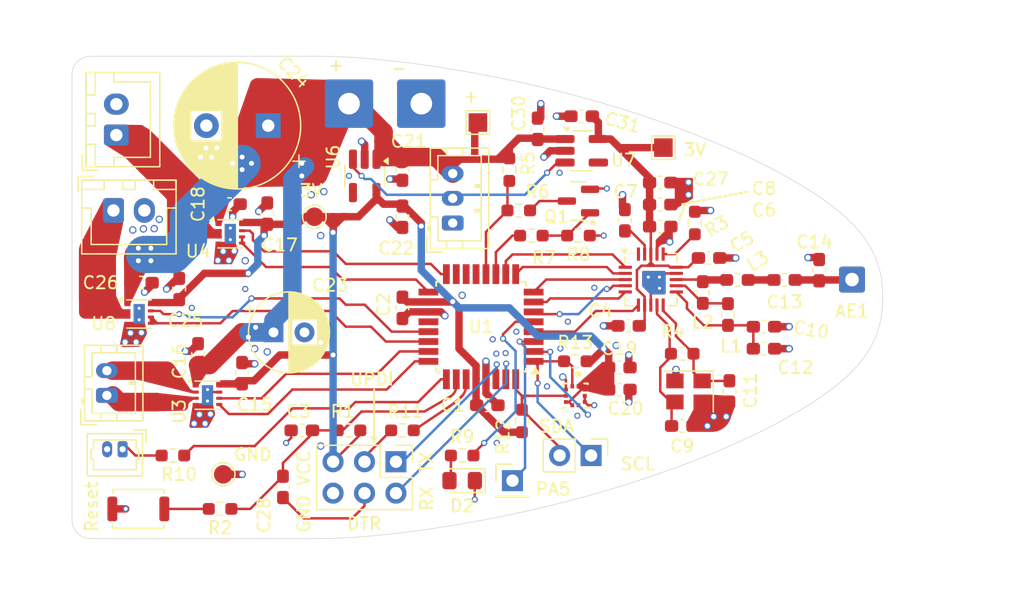
<source format=kicad_pcb>
(kicad_pcb (version 20240108) (generator "pcbnew") (generator_version "8.0")
  (layers (0 "F.Cu" signal) (1 "In1.Cu" power) (2 "In2.Cu" power) (31 "B.Cu" signal) (34 "B.Paste" user) (35 "F.Paste" user) (36 "B.SilkS" user "B.Silkscreen") (37 "F.SilkS" user "F.Silkscreen") (38 "B.Mask" user) (39 "F.Mask" user) (44 "Edge.Cuts" user))
  (net 0 "")
  (net 1 "GND")
  (net 2 "Net-(D2-A)")
  (net 3 "/PA1")
  (net 4 "Net-(J1-Pin_4)")
  (net 5 "/PA0")
  (net 6 "VCC")
  (net 7 "Net-(J2-Pin_2)")
  (net 8 "Net-(J2-Pin_1)")
  (net 9 "Net-(J3-Pin_1)")
  (net 10 "Net-(J4-Pin_1)")
  (net 11 "Net-(AE1-A)")
  (net 12 "+BATT")
  (net 13 "+3V0")
  (net 14 "Net-(Q1-G)")
  (net 15 "Net-(Q1-D)")
  (net 16 "Net-(R2-Pad1)")
  (net 17 "/PF1")
  (net 18 "/PD7")
  (net 19 "/PF4")
  (net 20 "/PD2")
  (net 21 "/UPDI")
  (net 22 "/RESET")
  (net 24 "/SPI_CLK")
  (net 25 "/PF2")
  (net 26 "/SPI_MOSI")
  (net 27 "/SPI_MISO")
  (net 29 "/PD6")
  (net 30 "/PA7")
  (net 33 "Net-(U2-DVDD)")
  (net 34 "Net-(U2-VDD_PA)")
  (net 35 "Net-(U2-ANT1)")
  (net 36 "Net-(U2-XC1)")
  (net 37 "Net-(U2-XC2)")
  (net 38 "Net-(U2-ANT2)")
  (net 39 "Net-(U2-IREF)")
  (net 41 "Net-(C13-Pad1)")
  (net 42 "/Power circuits/VREG_EN")
  (net 43 "Net-(J7-Pin_1)")
  (net 45 "/PF5")
  (net 46 "/PF3")
  (net 47 "/PD1")
  (net 48 "/PD0")
  (net 49 "/PA6")
  (net 50 "/SPI_SS")
  (net 51 "/I2C_SCL")
  (net 52 "/PA4")
  (net 53 "/I2C_SDA")
  (net 54 "Net-(J10-Pin_1)")
  (net 55 "Net-(J1-Pin_3)")
  (footprint "Capacitor_SMD:C_0603_1608Metric_Pad1.08x0.95mm_HandSolder" (layer "F.Cu") (at 137.668 105.918 90)
    (property "Reference" "C30")
    (property "Value" "22uF")
  )
  (footprint "Package_TO_SOT_SMD:SOT-23-5_HandSoldering" (layer "F.Cu") (at 123.698 109.728 -90)
    (property "Reference" "U6")
    (property "Value" "TPS7A2030PDBV")
  )
  (footprint "Capacitor_SMD:C_0603_1608Metric_Pad1.08x0.95mm_HandSolder" (layer "F.Cu") (at 155.956 123.698)
    (property "Reference" "C12")
    (property "Value" "4.7pF")
  )
  (footprint "Capacitor_SMD:C_0603_1608Metric_Pad1.08x0.95mm_HandSolder" (layer "F.Cu") (at 145.02 121.85 180)
    (property "Reference" "C4")
    (property "Value" "22uF")
  )
  (footprint "Inductor_SMD:L_0603_1608Metric_Pad1.05x0.95mm_HandSolder" (layer "F.Cu") (at 153.0455 120.9345 -90)
    (property "Reference" "L1")
    (property "Value" "2.7nH")
  )
  (footprint "Connector_JST:JST_PH_B3B-PH-K_1x03_P2.00mm_Vertical" (layer "F.Cu") (at 130.81 113.538 90)
    (property "Reference" "J5" (hide yes))
    (property "Value" "JST_PH_01x03")
  )
  (footprint "Connector_Wire:SolderWire-1sqmm_1x01_D1.4mm_OD3.9mm" (layer "F.Cu") (at 122.428 103.886)
    (property "Reference" "J6" (hide yes))
    (property "Value" "Conn_01x01")
  )
  (footprint "Resistor_SMD:R_0603_1608Metric_Pad0.98x0.95mm_HandSolder" (layer "F.Cu") (at 131.572 132.334)
    (property "Reference" "R9")
    (property "Value" "68R")
  )
  (footprint "Connector_PinHeader_2.54mm:PinHeader_1x02_P2.54mm_Vertical" (layer "F.Cu") (at 141.986 132.334 -90)
    (property "Reference" "J9" (hide yes))
    (property "Value" "Pin_Header_1x2")
  )
  (footprint "Capacitor_SMD:C_0603_1608Metric_Pad1.08x0.95mm_HandSolder" (layer "F.Cu") (at 144.272 127)
    (property "Reference" "C20")
    (property "Value" "22uF")
  )
  (footprint "heli-footprints:BMP390L" (layer "F.Cu") (at 140.716 127.508)
    (property "Reference" "U5" (hide yes))
    (property "Value" "XDCR_BMP390L")
  )
  (footprint "Capacitor_SMD:C_0603_1608Metric_Pad1.08x0.95mm_HandSolder" (layer "F.Cu") (at 126.746 120.396 -90)
    (property "Reference" "C2")
    (property "Value" "22uF")
  )
  (footprint "Capacitor_SMD:C_0603_1608Metric_Pad1.08x0.95mm_HandSolder" (layer "F.Cu") (at 151.5215 116.3625)
    (property "Reference" "C5")
    (property "Value" "22uF")
  )
  (footprint "Capacitor_SMD:C_0603_1608Metric_Pad1.08x0.95mm_HandSolder" (layer "F.Cu") (at 110.236 124.15575 90)
    (property "Reference" "C16")
    (property "Value" "22uF")
  )
  (footprint "Connector_JST:JST_XH_B2B-XH-A_1x02_P2.50mm_Vertical" (layer "F.Cu") (at 103.398 112.522)
    (property "Reference" "J4" (hide yes))
    (property "Value" "JST_XH_01x02")
  )
  (footprint "Resistor_SMD:R_0603_1608Metric_Pad0.98x0.95mm_HandSolder" (layer "F.Cu") (at 150.368 113.538 -90)
    (property "Reference" "R3")
    (property "Value" "22k")
  )
  (footprint "Capacitor_SMD:C_0603_1608Metric_Pad1.08x0.95mm_HandSolder" (layer "F.Cu") (at 149.352 129.9475)
    (property "Reference" "C9")
    (property "Value" "12pF")
  )
  (footprint "Capacitor_SMD:C_0603_1608Metric_Pad1.08x0.95mm_HandSolder" (layer "F.Cu") (at 105.664 118.364)
    (property "Reference" "C26")
    (property "Value" "22uF")
  )
  (footprint "TestPoint:TestPoint_Pad_D1.5mm" (layer "F.Cu") (at 119.634 113.03)
    (property "Reference" "TP2" (hide yes))
    (property "Value" "TestPoint")
  )
  (footprint "Capacitor_SMD:C_0603_1608Metric_Pad1.08x0.95mm_HandSolder" (layer "F.Cu") (at 155.956 121.92)
    (property "Reference" "C10")
    (property "Value" "2.2nF")
  )
  (footprint "Resistor_SMD:R_0603_1608Metric_Pad0.98x0.95mm_HandSolder" (layer "F.Cu") (at 137.16 114.554)
    (property "Reference" "R7")
    (property "Value" "150R")
  )
  (footprint "Connector_Molex:Molex_PicoBlade_53047-0210_1x02_P1.25mm_Vertical" (layer "F.Cu") (at 104.14 131.826 180)
    (property "Reference" "J7" (hide yes))
    (property "Value" "JST_1.25mm")
  )
  (footprint "Capacitor_SMD:C_0603_1608Metric_Pad1.08x0.95mm_HandSolder" (layer "F.Cu") (at 118.618 130.302 180)
    (property "Reference" "C3")
    (property "Value" "100nF")
  )
  (footprint "Capacitor_SMD:C_0603_1608Metric_Pad1.08x0.95mm_HandSolder" (layer "F.Cu") (at 117.094 134.874 -90)
    (property "Reference" "C28")
    (property "Value" "100nF")
  )
  (footprint "Capacitor_SMD:C_0603_1608Metric_Pad1.08x0.95mm_HandSolder" (layer "F.Cu") (at 144.718 113.3145 90)
    (property "Reference" "C7")
    (property "Value" "33nF")
  )
  (footprint "TestPoint:TestPoint_Pad_D1.5mm" (layer "F.Cu") (at 112.268 133.858)
    (property "Reference" "TP4" (hide yes))
    (property "Value" "TestPoint")
  )
  (footprint "Capacitor_SMD:C_0603_1608Metric_Pad1.08x0.95mm_HandSolder" (layer "F.Cu") (at 153.162 127.1535 -90)
    (property "Reference" "C11")
    (property "Value" "12pF")
  )
  (footprint "Connector_JST:JST_XH_B2B-XH-A_1x02_P2.50mm_Vertical" (layer "F.Cu") (at 103.632 106.426 90)
    (property "Reference" "J3" (hide yes))
    (property "Value" "JST_XH_01x02")
  )
  (footprint "Capacitor_SMD:C_0603_1608Metric_Pad1.08x0.95mm_HandSolder" (layer "F.Cu") (at 157.6175 118.1405)
    (property "Reference" "C13")
    (property "Value" "1.5pF")
  )
  (footprint "Connector_JST:JST_PH_B2B-PH-K_1x02_P2.00mm_Vertical" (layer "F.Cu") (at 102.87 127.476 90)
    (property "Reference" "J2" (hide yes))
    (property "Value" "JST_PH_01x02")
  )
  (footprint "Capacitor_SMD:C_0603_1608Metric_Pad1.08x0.95mm_HandSolder" (layer "F.Cu") (at 147.574 112.0445)
    (property "Reference" "C8")
    (property "Value" "10nF")
  )
  (footprint "TestPoint:TestPoint_Pad_1.5x1.5mm" (layer "F.Cu") (at 147.828 107.442)
    (property "Reference" "TP3" (hide yes))
    (property "Value" "TestPoint")
  )
  (footprint "Capacitor_SMD:C_0603_1608Metric_Pad1.08x0.95mm_HandSolder" (layer "F.Cu") (at 141.224 104.902 180)
    (property "Reference" "C31")
    (property "Value" "22uF")
  )
  (footprint "Capacitor_SMD:C_0603_1608Metric_Pad1.08x0.95mm_HandSolder" (layer "F.Cu") (at 108.712 118.872 90)
    (property "Reference" "C25")
    (property "Value" "22uF")
  )
  (footprint "MountingHole:MountingHole_2mm" (layer "F.Cu") (at 112 119.5)
    (property "Reference" "H1" (hide yes))
    (property "Value" "MountingHole")
  )
  (footprint "Capacitor_SMD:C_0603_1608Metric_Pad1.08x0.95mm_HandSolder" (layer "F.Cu") (at 115.824 112.776 90)
    (property "Reference" "C17")
    (property "Value" "22uF")
  )
  (footprint "Inductor_SMD:L_0603_1608Metric_Pad1.05x0.95mm_HandSolder" (layer "F.Cu") (at 151.0135 119.1565 -90)
    (property "Reference" "L2")
    (property "Value" "8.2nH")
  )
  (footprint "Resistor_SMD:R_0603_1608Metric_Pad0.98x0.95mm_HandSolder" (layer "F.Cu") (at 149.352 124.1055 180)
    (property "Reference" "R4")
    (property "Value" "1M")
  )
  (footprint "Connector_Wire:SolderWire-0.5sqmm_1x01_D0.9mm_OD2.1mm" (layer "F.Cu") (at 163.068 118.11)
    (property "Reference" "AE1")
    (property "Value" "Antenna")
  )
  (footprint "Connector_Wire:SolderWire-1sqmm_1x01_D1.4mm_OD3.9mm" (layer "F.Cu") (at 128.27 103.886)
    (property "Reference" "J8" (hide yes))
    (property "Value" "Conn_01x01")
  )
  (footprint "Connector_PinHeader_2.54mm:PinHeader_1x01_P2.54mm_Vertical" (layer "F.Cu") (at 135.636 134.366)
    (property "Reference" "J10" (hide yes))
    (property "Value" "Pin_Header_1x1")
  )
  (footprint "Package_TO_SOT_SMD:SOT-23-5_HandSoldering" (layer "F.Cu") (at 141.224 107.696)
    (property "Reference" "U7")
    (property "Value" "TPS7A2030PDBV")
  )
  (footprint "Capacitor_SMD:C_0603_1608Metric_Pad1.08x0.95mm_HandSolder" (layer "F.Cu") (at 147.574 113.8225)
    (property "Reference" "C6")
    (property "Value" "22uF")
  )
  (footprint "Resistor_SMD:R_0603_1608Metric_Pad0.98x0.95mm_HandSolder" (layer "F.Cu") (at 140.716 124.714)
    (property "Reference" "R13")
    (property "Value" "4k7")
  )
  (footprint "Resistor_SMD:R_0603_1608Metric_Pad0.98x0.95mm_HandSolder" (layer "F.Cu") (at 136.398 129.54 -90)
    (property "Reference" "R12")
    (property "Value" "4k7")
  )
  (footprint "Capacitor_SMD:C_0603_1608Metric_Pad1.08x0.95mm_HandSolder" (layer "F.Cu") (at 133.604 128.27)
    (property "Reference" "C1")
    (property "Value" "22uF")
  )
  (footprint "Button_Switch_SMD:SW_Push_SPST_NO_Alps_SKRK" (layer "F.Cu") (at 105.41 136.652)
    (property "Reference" "SW1" (hide yes))
    (property "Value" "Reset")
  )
  (footprint "Resistor_SMD:R_0603_1608Metric_Pad0.98x0.95mm_HandSolder" (layer "F.Cu") (at 136.144 112.522)
    (property "Reference" "R6")
    (property "Value" "22k")
  )
  (footprint "Resistor_SMD:R_0603_1608Metric_Pad0.98x0.95mm_HandSolder" (layer "F.Cu") (at 135.382 109.22 -90)
    (property "Reference" "R5")
    (property "Value" "22k")
  )
  (footprint "TestPoint:TestPoint_Pad_1.5x1.5mm" (layer "F.Cu") (at 132.842 105.41)
    (property "Reference" "TP1" (hide yes))
    (property "Value" "TestPoint")
  )
  (footprint "Crystal:Crystal_SMD_3225-4Pin_3.2x2.5mm" (layer "F.Cu") (at 149.86 127.1535 180)
    (property "Reference" "Y1" (hide yes))
    (property "Value" "16MHz")
  )
  (footprint "Capacitor_SMD:C_0603_1608Metric_Pad1.08x0.95mm_HandSolder" (layer "F.Cu") (at 126.746 113.03 -90)
    (property "Reference" "C22")
    (property "Value" "22uF")
  )
  (footprint "Capacitor_THT:CP_Radial_D6.3mm_P2.50mm" (layer "F.Cu") (at 116.332 122.37775)
    (property "Reference" "C23")
    (property "Value" "270uF")
  )
  (footprint "Package_QFP:TQFP-32_7x7mm_P0.8mm" (layer "F.Cu") (at 133.096 121.92 180)
    (property "Reference" "U1")
    (property "Value" "ATmega4808-A")
  )
  (footprint "Resistor_SMD:R_0603_1608Metric_Pad0.98x0.95mm_HandSolder" (layer "F.Cu") (at 126.746 130.302)
    (property "Reference" "R11")
    (property "Value" "470R")
  )
  (footprint "Package_TO_SOT_SMD:SOT-23" (layer "F.Cu") (at 140.97 111.76 180)
    (property "Reference" "Q1")
    (property "Value" "AO3400A")
  )
  (footprint "Resistor_SMD:R_0603_1608Metric_Pad0.98x0.95mm_HandSolder" (layer "F.Cu") (at 140.97 114.554 180)
    (property "Reference" "R8")
    (property "Value" "51k")
  )
  (footprint "Capacitor_SMD:C_0603_1608Metric_Pad1.08x0.95mm_HandSolder" (layer "F.Cu") (at 147.574 110.2665)
    (property "Reference" "C27")
    (property "Value" "1nF")
  )
  (footprint "heli-footprints:WSON-8-1EP_2x2mm_P0.5mm_EP0.9x1.6mm_ThermalVias" (layer "F.Cu") (at 112.842 114.408)
    (property "Reference" "U4")
    (property "Value" "DRV8212")
  )
  (footprint "Capacitor_SMD:C_0603_1608Metric_Pad1.08x0.95mm_HandSolder" (layer "F.Cu") (at 113.792 125.67975 90)
    (property "Reference" "C15")
    (property "Value" "22uF")
  )
  (footprint "MountingHole:MountingHole_2mm" (layer "F.Cu") (at 123.7 115.2)
    (property "Reference" "H2" (hide yes))
    (property "Value" "MountingHole")
  )
  (footprint "heli-footprints:WSON-8-1EP_2x2mm_P0.5mm_EP0.9x1.6mm_ThermalVias" (layer "F.Cu") (at 105.476 120.892)
    (property "Reference" "U8")
    (property "Value" "DRV8212")
  )
  (footprint "Resistor_SMD:R_0603_1608Metric_Pad0.98x0.95mm_HandSolder" (layer "F.Cu") (at 122.428 130.302)
    (property "Reference" "R1")
    (property "Value" "33k")
  )
  (footprint "heli-footprints:NRF24L01_HandSolder_SpecialPad" (layer "F.Cu") (at 146.812 118.11)
    (property "Reference" "U2" (hide yes))
    (property "Value" "nRF24L01P")
  )
  (footprint "Resistor_SMD:R_0603_1608Metric_Pad0.98x0.95mm_HandSolder" (layer "F.Cu") (at 112.014 136.652)
    (property "Reference" "R2")
    (property "Value" "330R")
  )
  (footprint "Capacitor_SMD:C_0603_1608Metric_Pad1.08x0.95mm_HandSolder" (layer "F.Cu") (at 112.776 112.014)
    (property "Reference" "C18")
    (property "Value" "22uF")
  )
  (footprint "heli-footprints:WSON-8-1EP_2x2mm_P0.5mm_EP0.9x1.6mm_ThermalVias" (layer "F.Cu") (at 110.998 127.45775)
    (property "Reference" "U3")
    (property "Value" "DRV8212")
  )
  (footprint "Capacitor_SMD:C_0603_1608Metric_Pad1.08x0.95mm_HandSolder" (layer "F.Cu") (at 144.272 125.222)
    (property "Reference" "C19")
    (property "Value" "22uF")
  )
  (footprint "LED_SMD:LED_0805_2012Metric_Pad1.15x1.40mm_HandSolder" (layer "F.Cu") (at 131.572 134.366 180)
    (property "Reference" "D2")
    (property "Value" "NCD0805R1")
  )
  (footprint "Capacitor_THT:CP_Radial_D10.0mm_P5.00mm" (layer "F.Cu") (at 115.905677 105.664 180)
    (property "Reference" "C24")
    (property "Value" "1500uF")
  )
  (footprint "Connector_PinHeader_2.54mm:PinHeader_2x03_P2.54mm_Vertical" (layer "F.Cu") (at 126.223 132.837 -90)
    (property "Reference" "J1" (hide yes))
    (property "Value" "Pin_Header_2x3")
  )
  (footprint "MountingHole:MountingHole_2mm" (layer "F.Cu") (at 123.7 123.8)
    (property "Reference" "H3" (hide yes))
    (property "Value" "MountingHole")
  )
  (footprint "Resistor_SMD:R_0603_1608Metric_Pad0.98x0.95mm_HandSolder" (layer "F.Cu") (at 108.204 132.334)
    (property "Reference" "R10")
    (property "Value" "100R")
  )
  (footprint "Capacitor_SMD:C_0603_1608Metric_Pad1.08x0.95mm_HandSolder" (layer "F.Cu") (at 126.746 109.22 -90)
    (property "Reference" "C21")
    (property "Value" "22uF")
  )
  (footprint "Capacitor_SMD:C_0603_1608Metric_Pad1.08x0.95mm_HandSolder" (layer "F.Cu") (at 160.4115 117.348 90)
    (property "Reference" "C14")
    (property "Value" "1pF")
  )
  (footprint "Inductor_SMD:L_0603_1608Metric_Pad1.05x0.95mm_HandSolder" (layer "F.Cu") (at 153.8075 118.1405)
    (property "Reference" "L3")
    (property "Value" "3.9nH")
  )
  (gr_poly (pts (xy 105.579298 123.438523) (xy 105.562532 123.47165) (xy 105.508951 123.522959) (xy 105.44011 123.550609) (xy 105.403017 123.552188) (xy 104.169338 123.566288) (xy 104.133608 123.565011) (xy 104.069148 123.534252) (xy 104.01 123.48) (xy 103.97 123.43) (xy 103.93 123.35) (xy 104.286693 121.528577) (xy 105.926693 121.508577) (xy 106.085727 122.338577) (xy 106.0997 122.398294) (xy 106.088151 122.520284) (xy 106.063245 122.57633)) (fill solid) (layer "F.Cu") (net 1))
  (gr_line (start 111.65 113.59) (end 111.38 112.27) (stroke (width 0.01)) (layer "F.Cu") (net 12))
  (gr_line (start 110.71 113.08) (end 107.73 112.753292) (stroke (width 0.01)) (layer "F.Cu") (net 9))
  (gr_line (start 111.420678 113.922482) (end 110.71 113.08) (stroke (width 0.01)) (layer "F.Cu") (net 9))
  (gr_poly (pts (xy 106.92 127.27) (xy 109.865445 127.590813) (xy 109.865445 127.820813) (xy 109.617987 127.991917) (xy 109.56 128.03) (xy 109.474317 128.138947) (xy 109.43368 128.27146) (xy 109.435445 128.340813) (xy 109.435007 128.354844) (xy 109.432797 128.412217) (xy 109.396306 128.521007) (xy 109.327121 128.612551) (xy 109.232422 128.677349) (xy 109.122034 128.708678) (xy 109.064618 128.708244) (xy 106.95 128.76)) (fill solid) (layer "F.Cu") (net 8))
  (gr_poly (pts (xy 147.32 115.316) (xy 147.32 115.062) (xy 148.082 114.046) (xy 148.59 114.3) (xy 148.59 115.062) (xy 147.574 115.316)) (stroke (width 0.01)) (fill solid) (layer "F.Cu") (net 1))
  (gr_poly (pts (xy 151.709378 130.426409) (xy 151.84355 130.426326) (xy 152.108911 130.386807) (xy 152.363973 130.30361) (xy 152.6016 130.179061) (xy 152.815141 130.016646) (xy 152.998623 129.82091) (xy 153.146913 129.597328) (xy 153.25586 129.352156) (xy 153.291756 129.222876) (xy 153.628056 128.338298) (xy 152.89 127.49) (xy 151.65 127.41) (xy 150.26 128.6) (xy 149.71 129.64) (xy 150.565426 130.423084)) (fill solid) (layer "F.Cu") (net 1))
  (gr_poly (pts (xy 148.844 112.268) (xy 150.114 111.506) (xy 150.114 111.252) (xy 150.114 109.982) (xy 148.844 109.982)) (stroke (width 0.2)) (fill solid) (layer "F.Cu") (net 1))
  (gr_line (start 112.14 114.03) (end 111.65 114.03) (stroke (width 0.01)) (layer "F.Cu") (net 9))
  (gr_arc (start 104.28 120.52) (mid 104.151906 120.494892) (end 104.050678 120.412482) (stroke (width 0.01)) (layer "F.Cu") (net 10))
  (gr_line (start 104.050678 120.412482) (end 103.6 119.39) (stroke (width 0.01)) (layer "F.Cu") (net 10))
  (gr_arc (start 112.932036 111.166807) (mid 113.263282 110.754843) (end 113.771336 110.608832) (stroke (width 0.01)) (layer "F.Cu") (net 12))
  (gr_poly (pts (arc (start 104.450001 115.63) (mid 104.300366 115.988791) (end 104.249314 116.374167)) (xy 104.28 120.07) (xy 104.77 120.06) (xy 105.95 117.58) (xy 104.71 115.2)) (fill solid) (layer "F.Cu") (net 12))
  (gr_line (start 107.719078 114.266708) (end 107.73 112.753292) (stroke (width 0.01)) (layer "F.Cu") (net 9))
  (gr_arc (start 108.237506 114.785136) (mid 107.870922 114.633292) (end 107.719078 114.266708) (stroke (width 0.01)) (layer "F.Cu") (net 9))
  (gr_line (start 111.65 113.59) (end 112.14 113.58) (stroke (width 0.01)) (layer "F.Cu") (net 12))
  (gr_line (start 111.38 112.27) (end 111.380001 111.41) (stroke (width 0.01)) (layer "F.Cu") (net 12))
  (gr_poly (pts (xy 111.38 112.27) (xy 111.65 113.59) (xy 112.14 113.58) (arc (start 112.960175 111.177733) (mid 113.28 110.78) (end 113.77052 110.639036)) (xy 119.7 110.54) (arc (start 119.7 110.539999) (mid 120.227802 110.401449) (end 120.60771 110.009733)) (xy 122.38 105.82) (xy 120.69 101.96) (arc (start 115.06663 101.822701) (mid 114.722594 101.910477) (end 114.47 102.16)) (arc (start 111.494729 110.674928) (mid 111.398111 111.036337) (end 111.380001 111.41))) (fill solid) (layer "F.Cu") (net 12))
  (gr_poly (pts (xy 103.61 116.29) (xy 104.24 113.27) (xy 102.58 111.67) (xy 100.8 115.1)) (fill solid) (layer "F.Cu") (net 10))
  (gr_poly (pts (xy 107.73 112.753292) (xy 107.719078 114.266708) (xy 107.721275 114.33467) (xy 107.756457 114.465963) (xy 107.824421 114.583676) (xy 107.920535 114.679788) (xy 108.03825 114.747749) (xy 108.169544 114.782927) (xy 108.237506 114.785136) (xy 112.14 114.78) (xy 112.14 114.03) (xy 111.65 114.03) (xy 111.605909 114.030553) (xy 111.5211 114.006608) (xy 111.448449 113.956732) (xy 111.420678 113.922482) (xy 110.71 113.08)) (fill solid) (layer "F.Cu") (net 9))
  (gr_line (start 104.450001 115.63) (end 104.71 115.2) (stroke (width 0.01)) (layer "F.Cu") (net 12))
  (gr_line (start 104.71 115.2) (end 105.95 117.58) (stroke (width 0.01)) (layer "F.Cu") (net 12))
  (gr_poly (pts (xy 111.094605 129.973696) (xy 111.077839 130.006823) (xy 111.024258 130.058132) (xy 110.955417 130.085782) (xy 110.918324 130.087361) (xy 109.684645 130.101461) (xy 109.648915 130.100184) (xy 109.584455 130.069425) (xy 109.540187 130.013374) (xy 109.525204 129.943539) (xy 109.532228 129.908483) (xy 109.802 128.23375) (xy 111.442 128.21375) (xy 111.601034 128.87375) (xy 111.615007 128.933467) (xy 111.603458 129.055457) (xy 111.578552 129.111503)) (fill solid) (layer "F.Cu") (net 1))
  (gr_poly (pts (xy 103.6 119.39) (arc (start 104.050678 120.412482) (mid 104.151906 120.494892) (end 104.28 120.52)) (xy 104.77 120.52) (xy 104.77 121.27) (arc (start 101.136584 121.271844) (mid 100.77 121.12) (end 100.618156 120.753416)) (xy 100.62 119.24)) (fill solid) (layer "F.Cu") (net 10))
  (gr_line (start 104.77 120.06) (end 104.28 120.07) (stroke (width 0.01)) (layer "F.Cu") (net 12))
  (gr_line (start 104.77 121.27) (end 104.77 120.52) (stroke (width 0.01)) (layer "F.Cu") (net 10))
  (gr_poly (pts (xy 140.84 126.88) (xy 140.84 126.61) (xy 142.94 124.75) (xy 143.85 124.79) (xy 143.88 127.4) (xy 143.84 127.44) (xy 143.79 127.46) (xy 143.75 127.47) (xy 143.09 127.48) (xy 143.04 127.47) (xy 141.61 127.13) (xy 141.34 127.13)) (stroke (width 0.01)) (fill solid) (layer "F.Cu") (net 6))
  (gr_line (start 105.95 117.58) (end 104.77 120.06) (stroke (width 0.01)) (layer "F.Cu") (net 12))
  (gr_poly (pts (xy 105.41 126.226) (xy 109.85 127.33) (xy 109.86 127.09) (xy 109.61 126.97) (xy 108.34 125.1)) (fill solid) (layer "F.Cu") (net 7))
  (gr_arc (start 111.380001 111.41) (mid 111.398111 111.036337) (end 111.494729 110.674928) (stroke (width 0.01)) (layer "F.Cu") (net 12))
  (gr_line (start 119.7 110.54) (end 113.77052 110.639036) (stroke (width 0.01)) (layer "F.Cu") (net 12))
  (gr_arc (start 120.60771 110.009733) (mid 120.227802 110.401449) (end 119.7 110.539999) (stroke (width 0.01)) (layer "F.Cu") (net 12))
  (gr_line (start 100.618156 120.753416) (end 100.62 119.24) (stroke (width 0.01)) (layer "F.Cu") (net 10))
  (gr_arc (start 111.65 114.03) (mid 111.521905 114.004892) (end 111.420678 113.922482) (stroke (width 0.01)) (layer "F.Cu") (net 9))
  (gr_arc (start 101.136584 121.271844) (mid 100.77 121.12) (end 100.618156 120.753416) (stroke (width 0.01)) (layer "F.Cu") (net 10))
  (gr_arc (start 104.249314 116.374167) (mid 104.300366 115.988791) (end 104.450001 115.63) (stroke (width 0.01)) (layer "F.Cu") (net 12))
  (gr_line (start 104.77 120.52) (end 104.28 120.52) (stroke (width 0.01)) (layer "F.Cu") (net 10))
  (gr_line (start 114.47 102.16) (end 111.494729 110.674928) (stroke (width 0.01)) (layer "F.Cu") (net 12))
  (gr_arc (start 114.47 102.16) (mid 114.722594 101.910477) (end 115.06663 101.822701) (stroke (width 0.01)) (layer "F.Cu") (net 12))
  (gr_line (start 104.28 120.07) (end 104.249314 116.374167) (stroke (width 0.01)) (layer "F.Cu") (net 12))
  (gr_poly (pts (xy 109.49 125.07175) (xy 109.81 126.68175) (xy 110.29 126.64175) (xy 110.88 125.76175)) (fill solid) (layer "F.Cu") (net 12))
  (gr_poly (pts (xy 104.38 105.59) (xy 105.71 105.61) (xy 106.4 106.06) (xy 104.3 108.19) (xy 102.81 107.26)) (fill solid) (layer "F.Cu") (net 9))
  (gr_line (start 122.38 105.82) (end 120.69 101.96) (stroke (width 0.01)) (layer "F.Cu") (net 12))
  (gr_line (start 103.6 119.39) (end 100.62 119.24) (stroke (width 0.01)) (layer "F.Cu") (net 10))
  (gr_line (start 112.14 114.78) (end 108.237506 114.785136) (stroke (width 0.01)) (layer "F.Cu") (net 9))
  (gr_line (start 122.38 105.82) (end 120.60771 110.009733) (stroke (width 0.01)) (layer "F.Cu") (net 12))
  (gr_poly (pts (xy 113.472449 115.888774) (xy 113.487214 115.844544) (xy 113.489098 115.751377) (xy 113.476109 115.706594) (xy 113.29 115.208) (xy 111.65 115.198) (xy 111.49824 116.782726) (xy 111.49735 116.806595) (xy 111.518613 116.849269) (xy 111.559347 116.874047) (xy 111.583207 116.875184) (xy 112.893452 116.872931) (xy 112.929215 116.87073) (xy 112.988342 116.830485) (xy 113.003452 116.798)) (fill solid) (layer "F.Cu") (net 1))
  (gr_line (start 112.14 114.78) (end 112.14 114.03) (stroke (width 0.01)) (layer "F.Cu") (net 9))
  (gr_line (start 112.960175 111.177733) (end 112.14 113.58) (stroke (width 0.01)) (layer "F.Cu") (net 12))
  (gr_line (start 104.77 121.27) (end 101.136584 121.271844) (stroke (width 0.01)) (layer "F.Cu") (net 10))
  (gr_line (start 120.69 101.96) (end 115.06663 101.822701) (stroke (width 0.01)) (layer "F.Cu") (net 12))
  (gr_line (start 154.686 110.998) (end 149.352 112.014) (stroke (width 0.16)) (layer "F.SilkS"))
  (gr_line (start 149.606 112.014) (end 149.098 113.284) (stroke (width 0.16)) (layer "F.SilkS"))
  (gr_poly (pts (xy 124.206 130.81) (xy 124.714 130.81) (xy 124.46 131.318)) (stroke (width 0.05)) (fill solid) (layer "F.SilkS"))
  (gr_line (start 124.46 127) (end 124.46 131.064) (stroke (width 0.16)) (layer "F.SilkS"))
  (gr_curve (pts (xy 163.05 113.55) (xy 164.992423 115.512453) (xy 165.55 117.450625) (xy 165.55 119.55)) (stroke (width 0.05)) (layer "Edge.Cuts"))
  (gr_arc (start 101.55 139.05) (mid 100.48934 138.61066) (end 100.05 137.55) (stroke (width 0.05)) (layer "Edge.Cuts"))
  (gr_line (start 100.05 101.55) (end 100.05 137.55) (stroke (width 0.05)) (layer "Edge.Cuts"))
  (gr_line (start 101.55 100.05) (end 120.05 100.05) (stroke (width 0.05)) (layer "Edge.Cuts"))
  (gr_curve (pts (xy 141.925954 135.538563) (xy 150.705967 133.078957) (xy 159.367145 129.270833) (xy 163.05 125.55)) (stroke (width 0.05)) (layer "Edge.Cuts"))
  (gr_curve (pts (xy 120.05 139.05) (xy 124.714182 139.05) (xy 133.376407 137.933608) (xy 141.925954 135.538563)) (stroke (width 0.05)) (layer "Edge.Cuts"))
  (gr_curve (pts (xy 163.05 125.55) (xy 164.992423 123.587547) (xy 165.55 121.649375) (xy 165.55 119.55)) (stroke (width 0.05)) (layer "Edge.Cuts"))
  (gr_arc (start 100.05 101.55) (mid 100.48934 100.48934) (end 101.55 100.05) (stroke (width 0.05)) (layer "Edge.Cuts"))
  (gr_line (start 101.55 139.05) (end 120.05 139.05) (stroke (width 0.05)) (layer "Edge.Cuts"))
  (gr_curve (pts (xy 141.925954 103.561437) (xy 150.705967 106.021043) (xy 159.367145 109.829167) (xy 163.05 113.55)) (stroke (width 0.05)) (layer "Edge.Cuts"))
  (gr_curve (pts (xy 120.05 100.05) (xy 124.714182 100.05) (xy 133.376407 101.166392) (xy 141.925954 103.561437)) (stroke (width 0.05)) (layer "Edge.Cuts"))
  (gr_text "PA5" (at 137.414 135.636 0) (layer "F.SilkS") (effects (font (size 1 1) (thickness 0.16)) (justify left bottom)))
  (gr_text "SDA" (at 137.668 130.556 0) (layer "F.SilkS") (effects (font (size 1 1) (thickness 0.16)) (justify left bottom)))
  (gr_text "GND" (at 119.38 138.684 90) (layer "F.SilkS") (effects (font (size 1 1) (thickness 0.16)) (justify left bottom)))
  (gr_text "+" (at 120.65 101.346 0) (layer "F.SilkS") (effects (font (size 1 1) (thickness 0.16)) (justify left bottom)))
  (gr_text "Reset" (at 102.22 138.64 90) (layer "F.SilkS") (effects (font (size 1 1) (thickness 0.16)) (justify left bottom)))
  (gr_text "UPDI" (at 122.428 126.746 0) (layer "F.SilkS") (effects (font (size 1 1) (thickness 0.16)) (justify left bottom)))
  (gr_text "GND" (at 113.03 132.842 0) (layer "F.SilkS") (effects (font (size 1 1) (thickness 0.16)) (justify left bottom)))
  (gr_text "-" (at 125.73 101.6 0) (layer "F.SilkS") (effects (font (size 1 1) (thickness 0.16)) (justify left bottom)))
  (gr_text "SCL" (at 144.272 133.604 0) (layer "F.SilkS") (effects (font (size 1 1) (thickness 0.16)) (justify left bottom)))
  (gr_text "DTR" (at 122.174 138.43 0) (layer "F.SilkS") (effects (font (size 1 1) (thickness 0.16)) (justify left bottom)))
  (gr_text "TX" (at 129.286 133.858 90) (layer "F.SilkS") (effects (font (size 1 1) (thickness 0.16)) (justify left bottom)))
  (gr_text "+" (at 131.572 103.886 0) (layer "F.SilkS") (effects (font (size 1 1) (thickness 0.16)) (justify left bottom)))
  (gr_text "VCC" (at 119.38 134.874 90) (layer "F.SilkS") (effects (font (size 1 1) (thickness 0.16)) (justify left bottom)))
  (gr_text "RX" (at 129.286 136.906 90) (layer "F.SilkS") (effects (font (size 1 1) (thickness 0.16)) (justify left bottom)))
  (gr_text "3V" (at 118.364 111.506 0) (layer "F.SilkS") (effects (font (size 1 1) (thickness 0.16)) (justify left bottom)))
  (gr_text "3V" (at 149.352 108.204 0) (layer "F.SilkS") (effects (font (size 1 1) (thickness 0.16)) (justify left bottom)))
  (segment (start 148.8745 117.61) (end 147.812 117.61) (width 0.2) (layer "F.Cu") (net 1))
  (segment (start 126.3385 113.8925) (end 126.746 113.8925) (width 0.6) (layer "F.Cu") (net 1))
  (segment (start 129.864 120.72) (end 128.846 120.72) (width 0.6) (layer "F.Cu") (net 1))
  (segment (start 138.176 108.204) (end 138.684 107.696) (width 0.6) (layer "F.Cu") (net 1))
  (segment (start 145.034 128.016) (end 145.034 127.1005) (width 0.6) (layer "F.Cu") (net 1))
  (segment (start 153.67 116.3625) (end 152.384 116.3625) (width 0.6) (layer "F.Cu") (net 1))
  (segment (start 111.948 127.20775) (end 111.248 127.20775) (width 0.2) (layer "F.Cu") (net 1))
  (segment (start 126.6455 109.982) (end 126.746 110.0825) (width 0.6) (layer "F.Cu") (net 1))
  (segment (start 111.892 115.158) (end 112.53 115.158) (width 0.2) (layer "F.Cu") (net 1))
  (segment (start 144.526 111.252) (end 144.526 112.26) (width 0.6) (layer "F.Cu") (net 1))
  (segment (start 145.288 125.0685) (end 145.1345 125.222) (width 0.6) (layer "F.Cu") (net 1))
  (segment (start 123.698 107.188) (end 123.698 108.378) (width 0.6) (layer "F.Cu") (net 1))
  (segment (start 157.988 123.698) (end 156.8185 123.698) (width 0.6) (layer "F.Cu") (net 1))
  (segment (start 147.312 116.0475) (end 147.312 114.947) (width 0.2) (layer "F.Cu") (net 1))
  (segment (start 145.034 125.1215) (end 145.1345 125.222) (width 0.6) (layer "F.Cu") (net 1))
  (segment (start 148.76 126.3035) (end 149.01 126.3035) (width 0.2) (layer "F.Cu") (net 1))
  (segment (start 141.7405 128.27) (end 141.4785 128.008) (width 0.2) (layer "F.Cu") (net 1))
  (segment (start 133.496 124.714) (end 133.496 126.17) (width 0.6) (layer "F.Cu") (net 1))
  (segment (start 125.73 109.982) (end 126.6455 109.982) (width 0.6) (layer "F.Cu") (net 1))
  (segment (start 127.2845 120.72) (end 126.746 121.2585) (width 0.6) (layer "F.Cu") (net 1))
  (segment (start 128.846 120.72) (end 127.2845 120.72) (width 0.6) (layer "F.Cu") (net 1))
  (segment (start 117.7555 130.302) (end 117.7555 130.9105) (width 0.2) (layer "F.Cu") (net 1))
  (segment (start 147.745614 115.062) (end 148.336 115.062) (width 0.2) (layer "F.Cu") (net 1))
  (segment (start 147.312 115.495614) (end 147.745614 115.062) (width 0.2) (layer "F.Cu") (net 1))
  (segment (start 133.496 126.17) (end 133.496 127.2995) (width 0.6) (layer "F.Cu") (net 1))
  (segment (start 125.73 113.284) (end 126.3385 113.8925) (width 0.6) (layer "F.Cu") (net 1))
  (segment (start 142.988 121.85) (end 144.1575 121.85) (width 0.6) (layer "F.Cu") (net 1))
  (segment (start 157.988 121.92) (end 156.8185 121.92) (width 0.6) (layer "F.Cu") (net 1))
  (segment (start 115.13875 112.59875) (end 115.824 111.9135) (width 0.6) (layer "F.Cu") (net 1))
  (segment (start 147.812 117.61) (end 147.512 117.91) (width 0.2) (layer "F.Cu") (net 1))
  (segment (start 139.9535 126.2375) (end 139.7 125.984) (width 0.2) (layer "F.Cu") (net 1))
  (segment (start 160.258 116.332) (end 160.4115 116.4855) (width 0.6) (layer "F.Cu") (net 1))
  (segment (start 145.034 127.1005) (end 145.1345 127) (width 0.6) (layer "F.Cu") (net 1))
  (segment (start 148.4365 113.8225) (end 148.4365 114.9615) (width 0.2) (layer "F.Cu") (net 1))
  (segment (start 148.844 125.3755) (end 148.844 126.2195) (width 0.6) (layer "F.Cu") (net 1))
  (segment (start 145.034 124.206) (end 145.034 125.1215) (width 0.6) (layer "F.Cu") (net 1))
  (segment (start 151.638 112.522) (end 150.4715 112.522) (width 0.6) (layer "F.Cu") (net 1))
  (segment (start 106.5265 118.5175) (end 105.918 119.126) (width 0.6) (layer "F.Cu") (net 1))
  (segment (start 109.22 123.90175) (end 109.6275 123.90175) (width 0.6) (layer "F.Cu") (net 1))
  (segment (start 138.684 107.696) (end 139.874 107.696) (width 0.6) (layer "F.Cu") (net 1))
  (segment (start 113.792 133.858) (end 112.268 133.858) (width 0.6) (layer "F.Cu") (net 1))
  (segment (start 141.4785 127.508) (end 141.4785 128.008) (width 0.2) (layer "F.Cu") (net 1))
  (segment (start 111.248 127.20775) (end 110.998 127.45775) (width 0.2) (layer "F.Cu") (net 1))
  (segment (start 139.9535 127.008) (end 139.9535 126.2375) (width 0.2) (layer "F.Cu") (net 1))
  (segment (start 132.588 134.375) (end 132.588 135.89) (width 0.2) (layer "F.Cu") (net 1))
  (segment (start 133.496 127.2995) (end 134.4665 128.27) (width 0.6) (layer "F.Cu") (net 1))
  (segment (start 108.5585 118.0095) (end 108.712 118.0095) (width 0.6) (layer "F.Cu") (net 1))
  (segment (start 113.03 113.03) (end 113.03 112.6225) (width 0.6) (layer "F.Cu") (net 1))
  (segment (start 148.4365 114.9615) (end 148.336 115.062) (width 0.2) (layer "F.Cu") (net 1))
  (segment (start 113.03 112.6225) (end 113.6385 112.014) (width 0.6) (layer "F.Cu") (net 1))
  (segment (start 147.312 114.947) (end 148.4365 113.8225) (width 0.2) (layer "F.Cu") (net 1))
  (segment (start 137.922 105.0555) (end 137.922 103.886) (width 0.6) (layer "F.Cu") (net 1))
  (segment (start 114.808 124.91775) (end 113.8925 124.91775) (width 0.6) (layer "F.Cu") (net 1))
  (segment (start 130.175 121.031) (end 129.864 120.72) (width 0.6) (layer "F.Cu") (net 1))
  (segment (start 150.4715 112.522) (end 150.368 112.6255) (width 0.6) (layer "F.Cu") (net 1))
  (segment (start 107.696 118.872) (end 108.5585 118.0095) (width 0.6) (layer "F.Cu") (net 1))
  (segment (start 140.3615 104.902) (end 139.192 104.902) (width 0.6) (layer "F.Cu") (net 1))
  (segment (start 141.9735 110.744) (end 141.9075 110.81) (width 0.2) (layer "F.Cu") (net 1))
  (segment (start 141.8825 114.554) (end 143.002 114.554) (width 0.2) (layer "F.Cu") (net 1))
  (segment (start 146.812 120.1725) (end 146.812 118.11) (width 0.2) (layer "F.Cu") (net 1))
  (segment (start 144.526 112.26) (end 144.718 112.452) (width 0.6) (layer "F.Cu") (net 1))
  (segment (start 143.256 110.744) (end 141.9735 110.744) (width 0.2) (layer "F.Cu") (net 1))
  (segment (start 132.597 134.366) (end 132.588 134.375) (width 0.2) (layer "F.Cu") (net 1))
  (segment (start 117.7555 130.9105) (end 117.348 131.318) (width 0.2) (layer "F.Cu") (net 1))
  (segment (start 109.6275 123.90175) (end 110.236 123.29325) (width 0.6) (layer "F.Cu") (net 1))
  (segment (start 110.048 128.20775) (end 110.756 128.20775) (width 0.2) (layer "F.Cu") (net 1))
  (segment (start 123.444 106.934) (end 123.698 107.188) (width 0.6) (layer "F.Cu") (net 1))
  (segment (start 142.24 128.27) (end 141.7405 128.27) (width 0.2) (layer "F.Cu") (net 1))
  (segment (start 147.312 116.0475) (end 147.312 115.495614) (width 0.2) (layer "F.Cu") (net 1))
  (segment (start 148.844 126.2195) (end 148.76 126.3035) (width 0.6) (layer "F.Cu") (net 1))
  (segment (start 103.31 136.652) (end 104.394 136.652) (width 0.6) (layer "F.Cu") (net 1))
  (segment (start 159.512 116.332) (end 160.258 116.332) (width 0.6) (layer "F.Cu") (net 1))
  (via (at 142.988 121.85) (size 0.6) (drill 0.4) (layers "F.Cu" "B.Cu") (net 1))
  (via (at 139.51 123.68) (size 0.5) (drill 0.3) (layers "F.Cu" "B.Cu") (net 1))
  (via (at 105.2322 123.1646) (size 0.6) (drill 0.4) (layers "F.Cu" "B.Cu") (net 1))
  (via (at 105.664 122.4026) (size 0.6) (drill 0.4) (layers "F.Cu" "B.Cu") (net 1))
  (via (at 112.7252 116.5606) (size 0.6) (drill 0.4) (layers "F.Cu" "B.Cu") (net 1))
  (via (at 112.268 115.824) (size 0.6) (drill 0.4) (layers "F.Cu" "B.Cu") (net 1))
  (via (at 105.918 119.126) (size 0.6) (drill 0.4) (layers "F.Cu" "B.Cu") (net 1))
  (via (at 145.034 128.016) (size 0.6) (drill 0.4) (layers "F.Cu" "B.Cu") (net 1))
  (via (at 134.366 131.318) (size 0.5) (drill 0.3) (layers "F.Cu" "B.Cu") (net 1))
  (via (at 119.38 111.252) (size 0.6) (drill 0.4) (layers "F.Cu" "B.Cu") (net 1))
  (via (at 125.73 113.284) (size 0.6) (drill 0.4) (layers "F.Cu" "B.Cu") (net 1))
  (via (at 111.76 107.442) (size 0.6) (drill 0.4) (layers "F.Cu" "B.Cu") (net 1))
  (via (at 115.824 123.952) (size 0.6) (drill 0.4) (layers "F.Cu" "B.Cu") (net 1))
  (via (at 142.24 128.27) (size 0.5) (drill 0.3) (layers "F.Cu" "B.Cu") (net 1))
  (via (at 157.988 121.92) (size 0.6) (drill 0.4) (layers "F.Cu" "B.Cu") (net 1))
  (via (at 113.792 133.858) (size 0.6) (drill 0.4) (layers "F.Cu" "B.Cu") (net 1))
  (via (at 110.871 107.4674) (size 0.6) (drill 0.4) (layers "F.Cu" "B.Cu") (net 1))
  (via (at 105.82 114.01) (size 0.6) (drill 0.4) (layers "F.Cu" "B.Cu") (net 1))
  (via (at 104.96 114.1) (size 0.6) (drill 0.4) (layers "F.Cu" "B.Cu") (net 1))
  (via (at 137.922 103.886) (size 0.6) (drill 0.4) (layers "F.Cu" "B.Cu") (net 1))
  (via (at 113.157 115.7986) (size 0.6) (drill 0.4) (layers "F.Cu" "B.Cu") (net 1))
  (via (at 148.336 115.062) (size 0.6) (drill 0.4) (layers "F.Cu" "B.Cu") (net 1))
  (via (at 120.396 110.998) (size 0.6) (drill 0.4) (layers "F.Cu" "B.Cu") (net 1))
  (via (at 152.908 129.1855) (size 0.6) (drill 0.4) (layers "F.Cu" "B.Cu") (net 1))
  (via (at 111.3282 108.204) (size 0.6) (drill 0.4) (layers "F.Cu" "B.Cu") (net 1))
  (via (at 149.86 111.252) (size 0.6) (drill 0.4) (layers "F.Cu" "B.Cu") (net 1))
  (via (at 149.86 110.236) (size 0.6) (drill 0.4) (layers "F.Cu" "B.Cu") (net 1))
  (via (at 125.73 109.982) (size 0.6) (drill 0.4) (layers "F.Cu" "B.Cu") (net 1))
  (via (at 110.3478 129.01515) (size 0.6) (drill 0.4) (layers "F.Cu" "B.Cu") (net 1))
  (via (at 135.08 124.06) (size 0.5) (drill 0.3) (layers "F.Cu" "B.Cu") (net 1))
  (via (at 143.256 110.744) (size 0.5) (drill 0.3) (layers "F.Cu" "B.Cu") (net 1))
  (via (at 115.13875 112.59875) (size 0.6) (drill 0.4) (layers "F.Cu" "B.Cu") (net 1))
  (via (at 114.808 124.91775) (size 0.6) (drill 0.4) (layers "F.Cu" "B.Cu") (net 1))
  (via (at 138.176 108.204) (size 0.6) (drill 0.4) (layers "F.Cu" "B.Cu") (net 1))
  (via (at 120.142 131.572) (size 0.6) (drill 0.4) (layers "F.Cu" "B.Cu") (net 1))
  (via (at 130.175 121.031) (size 0.6) (drill 0.4) (layers "F.Cu" "B.Cu") (net 1))
  (via (at 153.67 116.3625) (size 0.6) (drill 0.4) (layers "F.Cu" "B.Cu") (net 1))
  (via (at 142.25 118.77) (size 0.5) (drill 0.3) (layers "F.Cu" "B.Cu") (net 1))
  (via (at 151.638 112.522) (size 0.6) (drill 0.4) (layers "F.Cu" "B.Cu") (net 1))
  (via (at 117.348 131.318) (size 0.5) (drill 0.3) (layers "F.Cu" "B.Cu") (net 1))
  (via (at 107.1 113.24) (size 0.6) (drill 0.4) (layers "F.Cu" "B.Cu") (net 1))
  (via (at 144.018 123.444) (size 0.6) (drill 0.4) (layers "F.Cu" "B.Cu") (net 1))
  (via (at 104.3432 123.1646) (size 0.6) (drill 0.4) (layers "F.Cu" "B.Cu") (net 1))
  (via (at 111.2368 128.98975) (size 0.6) (drill 0.4) (layers "F.Cu" "B.Cu") (net 1))
  (via (at 139.7 125.984) (size 0.6) (drill 0.4) (layers "F.Cu" "B.Cu") (net 1))
  (via (at 138.43 126.746) (size 0.5) (drill 0.3) (layers "F.Cu" "B.Cu") (net 1))
  (via (at 113.03 113.03) (size 0.6) (drill 0.4) (layers "F.Cu" "B.Cu") (net 1))
  (via (at 140.11 121.51) (size 0.5) (drill 0.3) (layers "F.Cu" "B.Cu") (net 1))
  (via (at 148.844 125.3755) (size 0.6) (drill 0.4) (layers "F.Cu" "B.Cu") (net 1))
  (via (at 120.142 123.19) (size 0.6) (drill 0.4) (layers "F.Cu" "B.Cu") (net 1))
  (via (at 134.04 122.94) (size 0.5) (drill 0.3) (layers "F.Cu" "B.Cu") (net 1))
  (via (at 110.805 129.75175) (size 0.6) (drill 0.4) (layers "F.Cu" "B.Cu") (net 1))
  (via (at 159.512 116.332) (size 0.6) (drill 0.4) (layers "F.Cu" "B.Cu") (net 1))
  (via (at 140.88 129.12) (size 0.5) (drill 0.3) (layers "F.Cu" "B.Cu") (net 1))
  (via (at 151.384 129.9475) (size 0.6) (drill 0.4) (layers "F.Cu" "B.Cu") (net 1))
  (via (at 122.428 109.728) (size 0.5) (drill 0.3) (layers "F.Cu" "B.Cu") (net 1))
  (via (at 139.446 109.474) (size 0.5) (drill 0.3) (layers "F.Cu" "B.Cu") (net 1))
  (via (at 143.002 114.554) (size 0.5) (drill 0.3) (layers "F.Cu" "B.Cu") (net 1))
  (via (at 144.526 111.252) (size 0.6) (drill 0.4) (layers "F.Cu" "B.Cu") (net 1))
  (via (at 106.69 113.99) (size 0.6) (drill 0.4) (layers "F.Cu" "B.Cu") (net 1))
  (via (at 157.988 123.698) (size 0.6) (drill 0.4) (layers "F.Cu" "B.Cu") (net 1))
  (via (at 133.496 124.714) (size 0.6) (drill 0.4) (layers "F.Cu" "B.Cu") (net 1))
  (via (at 109.916 129.75175) (size 0.6) (drill 0.4) (layers "F.Cu" "B.Cu") (net 1))
  (via (at 110.4392 108.204) (size 0.6) (drill 0.4) (layers "F.Cu" "B.Cu") (net 1))
  (via (at 123.444 106.934) (size 0.6) (drill 0.4) (layers "F.Cu" "B.Cu") (net 1))
  (via (at 104.775 122.428) (size 0.6) (drill 0.4) (layers "F.Cu" "B.Cu") (net 1))
  (via (at 131.572 119.38) (size 0.6) (drill 0.4) (layers "F.Cu" "B.Cu") (net 1))
  (via (at 120.142 114.554) (size 0.6) (drill 0.4) (layers "F.Cu" "B.Cu") (net 1))
  (via (at 139.192 104.902) (size 0.6) (drill 0.4) (layers "F.Cu" "B.Cu") (net 1))
  (via (at 111.8362 116.5606) (size 0.6) (drill 0.4) (layers "F.Cu" "B.Cu") (net 1))
  (via (at 104.394 136.652) (size 0.5) (drill 0.3) (layers "F.Cu" "B.Cu") (net 1))
  (via (at 151.892 129.1855) (size 0.6) (drill 0.4) (layers "F.Cu" "B.Cu") (net 1))
  (via (at 114.046 116.586) (size 0.6) (drill 0.4) (layers "F.Cu" "B.Cu") (net 1))
  (via (at 109.22 123.90175) (size 0.6) (drill 0.4) (layers "F.Cu" "B.Cu") (net 1))
  (via (at 114.046 118.872) (size 0.5) (drill 0.3) (layers "F.Cu" "B.Cu") (net 1))
  (via (at 114.808 123.698) (size 0.6) (drill 0.4) (layers "F.Cu" "B.Cu") (net 1))
  (via (at 135.95 122.32) (size 0.5) (drill 0.3) (layers "F.Cu" "B.Cu") (net 1))
  (via (at 145.034 124.206) (size 0.6) (drill 0.4) (layers "F.Cu" "B.Cu") (net 1))
  (via (at 132.588 135.89) (size 0.5) (drill 0.3) (layers "F.Cu" "B.Cu") (net 1))
  (via (at 109.728 120.396) (size 0.5) (drill 0.3) (layers "F.Cu" "B.Cu") (net 1))
  (via (at 107.696 118.872) (size 0.6) (drill 0.4) (layers "F.Cu" "B.Cu") (net 1))
  (via (at 134.33 124.1) (size 0.5) (drill 0.3) (layers "F.Cu" "B.Cu") (net 1))
  (segment (start 130.6595 134.2535) (end 130.547 134.366) (width 0.2) (layer "F.Cu") (net 2))
  (segment (start 130.6595 132.334) (end 130.6595 134.2535) (width 0.2) (layer "F.Cu") (net 2))
  (segment (start 135.1915 124.9045) (end 135.096 125) (width 0.2) (layer "F.Cu") (net 3))
  (segment (start 135.096 125) (end 135.096 126.17) (width 0.2) (layer "F.Cu") (net 3))
  (via (at 135.128 124.9045) (size 0.5) (drill 0.3) (layers "F.Cu" "B.Cu") (net 3))
  (segment (start 135.1915 124.9045) (end 135.128 124.968) (width 0.2) (layer "B.Cu") (net 3))
  (segment (start 126.243 135.377) (end 126.223 135.377) (width 0.2) (layer "B.Cu") (net 3))
  (segment (start 135.128 124.968) (end 135.128 126.492) (width 0.2) (layer "B.Cu") (net 3))
  (segment (start 135.128 126.492) (end 126.243 135.377) (width 0.2) (layer "B.Cu") (net 3))
  (segment (start 118.7715 137.414) (end 117.094 135.7365) (width 0.2) (layer "F.Cu") (net 4))
  (segment (start 123.683 136.413) (end 122.682 137.414) (width 0.2) (layer "F.Cu") (net 4))
  (segment (start 122.682 137.414) (end 118.7715 137.414) (width 0.2) (layer "F.Cu") (net 4))
  (segment (start 123.683 135.631) (end 123.683 136.413) (width 0.2) (layer "F.Cu") (net 4))
  (segment (start 134.366 124.968) (end 134.366 126.1) (width 0.2) (layer "F.Cu") (net 5))
  (segment (start 134.366 126.1) (end 134.296 126.17) (width 0.2) (layer "F.Cu") (net 5))
  (via (at 134.366 124.968) (size 0.5) (drill 0.3) (layers "F.Cu" "B.Cu") (net 5))
  (segment (start 134.366 125.222) (end 126.751 132.837) (width 0.2) (layer "B.Cu") (net 5))
  (segment (start 126.751 132.837) (end 126.223 132.837) (width 0.2) (layer "B.Cu") (net 5))
  (segment (start 134.366 124.968) (end 134.366 125.222) (width 0.2) (layer "B.Cu") (net 5))
  (segment (start 139.9535 128.008) (end 140.2035 128.008) (width 0.2) (layer "F.Cu") (net 6))
  (segment (start 121.158 113.792) (end 121.158 113.03) (width 0.6) (layer "F.Cu") (net 6))
  (segment (start 131.318 120.396) (end 130.81 119.888) (width 0.6) (layer "F.Cu") (net 6))
  (segment (start 113.538 126.28825) (end 114.75775 126.28825) (width 0.6) (layer "F.Cu") (net 6))
  (segment (start 120.396 113.03) (end 118.872 113.03) (width 0.6) (layer "F.Cu") (net 6))
  (segment (start 110.744 117.602) (end 114.3 117.602) (width 0.6) (layer "F.Cu") (net 6))
  (segment (start 120.396 113.03) (end 121.158 113.792) (width 0.6) (layer "F.Cu") (net 6))
  (segment (start 128.846 119.92) (end 130.778 119.92) (width 0.6) (layer "F.Cu") (net 6))
  (segment (start 122.174 113.03) (end 121.158 113.03) (width 0.6) (layer "F.Cu") (net 6))
  (segment (start 132.696 126.17) (end 132.696 125.076) (width 0.6) (layer "F.Cu") (net 6))
  (segment (start 140.2035 128.008) (end 142.1715 126.04) (width 0.2) (layer "F.Cu") (net 6))
  (segment (start 122.174 113.03) (end 121.92 113.03) (width 0.6) (layer "F.Cu") (net 6))
  (segment (start 136.398 130.4525) (end 134.924 130.4525) (width 0.6) (layer "F.Cu") (net 6))
  (segment (start 141.986 124.714) (end 141.6285 124.714) (width 0.6) (layer "F.Cu") (net 6))
  (segment (start 124.648 111.694) (end 124.648 111.078) (width 0.6) (layer "F.Cu") (net 6))
  (segment (start 128.846 119.92) (end 127.1325 119.92) (width 0.6) (layer "F.Cu") (net 6))
  (segment (start 121.158 114.285) (end 121.158 113.792) (width 0.6) (layer "F.Cu") (net 6))
  (segment (start 143.4095 124.1055) (end 143.4095 125.222) (width 0.6) (layer "F.Cu") (net 6))
  (segment (start 132.696 128.2245) (end 132.696 126.17) (width 0.6) (layer "F.Cu") (net 6))
  (segment (start 126.746 112.1675) (end 126.8995 112.1675) (width 0.6) (layer "F.Cu") (net 6))
  (segment (start 143.002 123.698) (end 141.986 124.714) (width 0.6) (layer "F.Cu") (net 6))
  (segment (start 131.318 123.698) (end 131.318 120.396) (width 0.6) (layer "F.Cu") (net 6))
  (segment (start 142.1715 126.04) (end 142.37 126.04) (width 0.2) (layer "F.Cu") (net 6))
  (segment (start 115.57 113.8925) (end 115.824 113.6385) (width 0.6) (layer "F.Cu") (net 6))
  (segment (start 108.4765 119.97) (end 108.712 119.7345) (width 0.6) (layer "F.Cu") (net 6))
  (segment (start 113.845 113.49) (end 115.6755 113.49) (width 0.6) (layer "F.Cu") (net 6))
  (segment (start 134.924 130.4525) (end 132.7415 128.27) (width 0.6) (layer "F.Cu") (net 6))
  (segment (start 118.872 113.03) (end 118.2635 113.6385) (width 0.6) (layer "F.Cu") (net 6))
  (segment (start 124.648 111.078) (end 124.648 111.572) (width 0.6) (layer "F.Cu") (net 6))
  (segment (start 121.143 114.3) (end 121.158 114.285) (width 0.6) (layer "F.Cu") (net 6))
  (segment (start 143.002 123.698) (end 143.4095 124.1055) (width 0.6) (layer "F.Cu") (net 6))
  (segment (start 128.27 113.538) (end 128.27 113.792) (width 0.6) (layer "F.Cu") (net 6))
  (segment (start 118.2635 113.6385) (end 115.824 113.6385) (width 0.6) (layer "F.Cu") (net 6))
  (segment (start 123.19 113.03) (end 122.174 113.03) (width 0.6) (layer "F.Cu") (net 6))
  (segment (start 121.158 113.03) (end 120.396 113.03) (width 0.6) (layer "F.Cu") (net 6))
  (segment (start 140.2035 128.008) (end 140.466 128.2705) (width 0.2) (layer "F.Cu") (net 6))
  (segment (start 121.92 113.03) (end 121.158 113.792) (width 0.6) (layer "F.Cu") (net 6))
  (segment (start 106.489 119.97) (end 108.4765 119.97) (width 0.6) (layer "F.Cu") (net 6))
  (segment (start 126.8995 112.1675) (end 128.27 113.538) (width 0.6) (layer "F.Cu") (net 6))
  (segment (start 115.57 114.554) (end 115.57 113.8925) (width 0.6) (layer "F.Cu") (net 6))
  (segment (start 108.8655 119.4805) (end 110.744 117.602) (width 0.6) (layer "F.Cu") (net 6))
  (segment (start 123.3405 130.6395) (end 123.3405 130.302) (width 0.2) (layer "F.Cu") (net 6))
  (segment (start 124.648 111.078) (end 124.648 111.44) (width 0.6) (layer "F.Cu") (net 6))
  (segment (start 132.696 128.0615) (end 132.4875 128.27) (width 0.2) (layer "F.Cu") (net 6))
  (segment (start 121.143 132.837) (end 123.3405 130.6395) (width 0.2) (layer "F.Cu") (net 6))
  (segment (start 130.778 119.92) (end 130.81 119.888) (width 0.6) (layer "F.Cu") (net 6))
  (segment (start 113.2829 126.54335) (end 113.538 126.28825) (width 0.6) (layer "F.Cu") (net 6))
  (segment (start 111.98805 126.54335) (end 113.2829 126.54335) (width 0.6) (layer "F.Cu") (net 6))
  (segment (start 127.1325 119.92) (end 126.746 119.5335) (width 0.6) (layer "F.Cu") (net 6))
  (segment (start 124.648 111.44) (end 125.222 112.014) (width 0.6) (layer "F.Cu") (net 6))
  (segment (start 114.75775 126.28825) (end 116.84 124.206) (width 0.6) (layer "F.Cu") (net 6))
  (segment (start 124.648 111.572) (end 123.19 113.03) (width 0.6) (layer "F.Cu") (net 6))
  (segment (start 132.696 125.076) (end 131.318 123.698) (width 0.6) (layer "F.Cu") (net 6))
  (segment (start 116.84 124.206) (end 121.143 124.206) (width 0.6) (layer "F.Cu") (net 6))
  (segment (start 132.7415 128.27) (end 132.696 128.2245) (width 0.6) (layer "F.Cu") (net 6))
  (segment (start 126.5925 112.014) (end 126.746 112.1675) (width 0.6) (layer "F.Cu") (net 6))
  (segment (start 115.6755 113.49) (end 115.824 113.6385) (width 0.6) (layer "F.Cu") (net 6))
  (segment (start 125.222 112.014) (end 126.5925 112.014) (width 0.6) (layer "F.Cu") (net 6))
  (segment (start 123.5945 130.302) (end 123.5945 130.6395) (width 0.2) (layer "F.Cu") (net 6))
  (via (at 114.3 117.602) (size 0.6) (drill 0.4) (layers "F.Cu" "B.Cu") (net 6))
  (via (at 121.143 124.206) (size 0.6) (drill 0.4) (layers "F.Cu" "B.Cu") (net 6))
  (via (at 128.27 113.792) (size 0.6) (drill 0.4) (layers "F.Cu" "B.Cu") (net 6))
  (via (at 121.143 114.3) (size 0.6) (drill 0.4) (layers "F.Cu" "B.Cu") (net 6))
  (via (at 143.002 123.698) (size 0.6) (drill 0.4) (layers "F.Cu" "B.Cu") (net 6))
  (via (at 130.81 119.888) (size 0.6) (drill 0.4) (layers "F.Cu" "B.Cu") (net 6))
  (via (at 115.57 114.554) (size 0.6) (drill 0.4) (layers "F.Cu" "B.Cu") (net 6))
  (segment (start 121.143 132.837) (end 121.143 124.206) (width 0.6) (layer "B.Cu") (net 6))
  (segment (start 128.27 113.792) (end 128.27 117.348) (width 0.6) (layer "B.Cu") (net 6))
  (segment (start 115.062 116.84) (end 114.3 117.602) (width 0.6) (layer "B.Cu") (net 6))
  (segment (start 135.382 120.396) (end 131.318 120.396) (width 0.6) (layer "B.Cu") (net 6))
  (segment (start 128.27 117.348) (end 130.81 119.888) (width 0.6) (layer "B.Cu") (net 6))
  (segment (start 143.002 123.698) (end 141.986 122.682) (width 0.6) (layer "B.Cu") (net 6))
  (segment (start 115.062 115.062) (end 115.062 116.84) (width 0.6) (layer "B.Cu") (net 6))
  (segment (start 141.986 122.682) (end 137.668 122.682) (width 0.6) (layer "B.Cu") (net 6))
  (segment (start 137.668 122.682) (end 135.382 120.396) (width 0.6) (layer "B.Cu") (net 6))
  (segment (start 115.57 114.554) (end 115.062 115.062) (width 0.6) (layer "B.Cu") (net 6))
  (segment (start 121.143 114.3) (end 121.143 124.206) (width 0.6) (layer "B.Cu") (net 6))
  (segment (start 131.318 120.396) (end 130.81 119.888) (width 0.6) (layer "B.Cu") (net 6))
  (segment (start 103.336 125.476) (end 107.696 125.476) (width 1.5) (layer "F.Cu") (net 7))
  (segment (start 103.876 128.016) (end 104.446 128.016) (width 1.5) (layer "F.Cu") (net 8))
  (segment (start 103.336 127.476) (end 103.876 128.016) (width 1.5) (layer "F.Cu") (net 8))
  (segment (start 104.446 128.016) (end 106.882 128.016) (width 1.5) (layer "F.Cu") (net 8))
  (segment (start 106.641 108.419) (end 108.751 110.529) (width 3) (layer "F.Cu") (net 9))
  (segment (start 108.751 110.529) (end 109.22 110.998) (width 3) (layer "F.Cu") (net 9))
  (segment (start 106.641 108.419) (end 105.41 107.188) (width 3) (layer "F.Cu") (net 9))
  (segment (start 109.22 110.998) (end 109.22 113.284) (width 3) (layer "F.Cu") (net 9))
  (segment (start 102.108 119.634) (end 102.108 115.824) (width 3) (layer "F.Cu") (net 10))
  (segment (start 160.3415 118.1405) (end 160.4115 118.2105) (width 0.6) (layer "F.Cu") (net 11))
  (segment (start 162.9675 118.2105) (end 163.068 118.11) (width 0.6) (layer "F.Cu") (net 11))
  (segment (start 163.0375 118.1405) (end 163.068 118.11) (width 0.6) (layer "F.Cu") (net 11))
  (segment (start 158.48 118.1405) (end 163.0375 118.1405) (width 0.6) (layer "F.Cu") (net 11))
  (segment (start 123.444 104.394) (end 125.222 106.172) (width 1.5) (layer "F.Cu") (net 12))
  (segment (start 125.222 106.172) (end 125.222 106.934) (width 1.5) (layer "F.Cu") (net 12))
  (segment (start 113.792 122.37775) (end 111.1515 125.01825) (width 1.5) (layer "F.Cu") (net 12))
  (segment (start 132.588 108.124) (end 132.334 108.378) (width 0.6) (layer "F.Cu") (net 12))
  (segment (start 135.001 107.823) (end 135.382 107.442) (width 0.6) (layer "F.Cu") (net 12))
  (segment (start 123.444 103.886) (end 123.444 104.394) (width 1.5) (layer "F.Cu") (net 12))
  (segment (start 126.746 108.3575) (end 126.6455 108.3575) (width 1.5) (layer "F.Cu") (net 12))
  (segment (start 105.918 116.078) (end 106.172 116.078) (width 3) (layer "F.Cu") (net 12))
  (segment (start 133.096 108.378) (end 133.42 108.378) (width 0.6) (layer "F.Cu") (net 12))
  (segment (start 131.572 108.378) (end 129.65 108.378) (width 0.6) (layer "F.Cu") (net 12))
  (segment (start 129.476 108.204) (end 130.524 109.252) (width 1.5) (layer "F.Cu") (net 12))
  (segment (start 126.6455 108.3575) (end 125.222 106.934) (width 1.5) (layer "F.Cu") (net 12))
  (segment (start 131.572 108.378) (end 131.398 108.378) (width 0.6) (layer "F.Cu") (net 12))
  (segment (start 132.334 108.378) (end 133.096 108.378) (width 0.6) (layer "F.Cu") (net 12))
  (segment (start 130.524 109.252) (end 130.81 109.538) (width 1.5) (layer "F.Cu") (net 12))
  (segment (start 134.62 108.378) (end 135.4525 108.378) (width 0.6) (layer "F.Cu") (net 12))
  (segment (start 135.382 108.3075) (end 135.382 107.442) (width 0.6) (layer "F.Cu") (net 12))
  (segment (start 135.382 107.442) (end 135.89 106.934) (width 0.6) (layer "F.Cu") (net 12))
  (segment (start 134.62 108.204) (end 135.001 107.823) (width 0.6) (layer "F.Cu") (net 12))
  (segment (start 111.1515 125.01825) (end 110.236 125.01825) (width 1.5) (layer "F.Cu") (net 12))
  (segment (start 137.9565 106.746) (end 137.922 106.7805) (width 0.6) (layer "F.Cu") (net 12))
  (segment (start 133.096 108.378) (end 134.62 108.378) (width 0.6) (layer "F.Cu") (net 12))
  (segment (start 134.62 108.378) (end 134.62 108.204) (width 0.6) (layer "F.Cu") (net 12))
  (segment (start 129.65 108.378) (end 129.476 108.204) (width 0.6) (layer "F.Cu") (net 12))
  (segment (start 131.398 108.378) (end 130.524 109.252) (width 0.6) (layer "F.Cu") (net 12))
  (segment (start 132.588 105.664) (end 132.588 108.124) (width 0.6) (layer "F.Cu") (net 12))
  (segment (start 136.144 106.68) (end 137.8215 106.68) (width 0.6) (layer "F.Cu") (net 12))
  (segment (start 139.874 106.746) (end 137.9565 106.746) (width 0.6) (layer "F.Cu") (net 12))
  (segment (start 132.842 105.41) (end 132.588 105.664) (width 0.6) (layer "F.Cu") (net 12))
  (segment (start 125.222 106.934) (end 125.222 108.204) (width 1.5) (layer "F.Cu") (net 12))
  (segment (start 125.222 108.204) (end 129.476 108.204) (width 1.5) (layer "F.Cu") (net 12))
  (segment (start 132.334 108.378) (end 131.572 108.378) (width 0.6) (layer "F.Cu") (net 12))
  (segment (start 137.8215 106.68) (end 137.922 106.7805) (width 0.6) (layer "F.Cu") (net 12))
  (segment (start 116.332 122.37775) (end 113.792 122.37775) (width 1.5) (layer "F.Cu") (net 12))
  (segment (start 135.89 106.934) (end 136.144 106.68) (width 0.6) (layer "F.Cu") (net 12))
  (segment (start 122.428 103.886) (end 123.444 103.886) (width 1.5) (layer "F.Cu") (net 12))
  (via (at 106.426 116.586) (size 0.6) (drill 0.4) (layers "F.Cu" "B.Cu") (net 12))
  (via (at 114.554 108.712) (size 0.6) (drill 0.4) (layers "F.Cu" "B.Cu") (net 12))
  (via (at 105.41 115.57) (size 0.6) (drill 0.4) (layers "F.Cu" "B.Cu") (net 12))
  (via (at 118.618 109.728) (size 0.6) (drill 0.4) (layers "F.Cu" "B.Cu") (net 12))
  (via (at 106.426 115.57) (size 0.6) (drill 0.4) (layers "F.Cu" "B.Cu") (net 12))
  (via (at 118.618 108.712) (size 0.6) (drill 0.4) (layers "F.Cu" "B.Cu") (net 12))
  (via (at 114.3 122.75875) (size 0.6) (drill 0.4) (layers "F.Cu" "B.Cu") (net 12))
  (via (at 113.792 109.22) (size 0.6) (drill 0.4) (layers "F.Cu" "B.Cu") (net 12))
  (via (at 105.41 116.586) (size 0.6) (drill 0.4) (layers "F.Cu" "B.Cu") (net 12))
  (via (at 113.792 108.204) (size 0.6) (drill 0.4) (layers "F.Cu" "B.Cu") (net 12))
  (via (at 114.8842 121.97135) (size 0.6) (drill 0.4) (layers "F.Cu" "B.Cu") (net 12))
  (via (at 113.03 108.712) (size 0.6) (drill 0.4) (layers "F.Cu" "B.Cu") (net 12))
  (segment (start 108.204 116.078) (end 105.918 116.078) (width 3) (layer "B.Cu") (net 12))
  (segment (start 116.332 121.412) (end 116.332 122.37775) (width 1.5) (layer "B.Cu") (net 12))
  (segment (start 113.792 108.712) (end 109.474 113.03) (width 3) (layer "B.Cu") (net 12))
  (segment (start 118.11 109.728) (end 118.872 108.966) (width 1.5) (layer "B.Cu") (net 12))
  (segment (start 117.856 109.982) (end 117.856 119.888) (width 1.5) (layer "B.Cu") (net 12))
  (segment (start 109.474 113.03) (end 109.474 114.808) (width 3) (layer "B.Cu") (net 12))
  (segment (start 115.905677 105.918) (end 116.078 105.918) (width 1.5) (layer "B.Cu") (net 12))
  (segment (start 118.11 109.728) (end 117.856 109.982) (width 1.5) (layer "B.Cu") (net 12))
  (segment (start 109.474 114.808) (end 108.204 116.078) (width 3) (layer "B.Cu") (net 12))
  (segment (start 116.332 122.37775) (end 114.3 122.37775) (width 1.5) (layer "B.Cu") (net 12))
  (segment (start 117.856 119.888) (end 116.332 121.412) (width 1.5) (layer "B.Cu") (net 12))
  (segment (start 143.576 106.746) (end 142.574 106.746) (width 0.6) (layer "F.Cu") (net 13))
  (segment (start 146.812 116.736) (end 147.066 116.99) (width 0.2) (layer "F.Cu") (net 13))
  (segment (start 146.916 116.84) (end 147.066 116.99) (width 0.2) (layer "F.Cu") (net 13))
  (segment (start 146.05 116.99) (end 145.692 117.348) (width 0.2) (layer "F.Cu") (net 13))
  (segment (start 146.558 116.99) (end 146.05 116.99) (width 0.2) (layer "F.Cu") (net 13))
  (segment (start 146.7115 110.2665) (end 146.7115 113.8225) (width 0.6) (layer "F.Cu") (net 13))
  (segment (start 145.692 117.348) (end 145.69 117.348) (width 0.2) (layer "F.Cu") (net 13))
  (segment (start 150.659 116.3625) (end 150.5915 116.3625) (width 0.2) (layer "F.Cu") (net 13))
  (segment (start 146.812 116.84) (end 146.708 116.84) (width 0.2) (layer "F.Cu") (net 13))
  (segment (start 145.79 121.7575) (end 145.8825 121.85) (width 0.2) (layer "F.Cu") (net 13))
  (segment (start 149.844 117.11) (end 148.8745 117.11) (width 0.2) (layer "F.Cu") (net 13))
  (segment (start 146.812 116.84) (end 146.812 116.99) (width 0.2) (layer "F.Cu") (net 13))
  (segment (start 147.066 116.99) (end 146.812 116.99) (width 0.2) (layer "F.Cu") (net 13))
  (segment (start 146.812 116.0475) (end 146.812 116.736) (width 0.2) (layer "F.Cu") (net 13))
  (segment (start 146.7115 109.8815) (end 143.576 106.746) (width 0.6) (layer "F.Cu") (net 13))
  (segment (start 148.8745 117.11) (end 148.352 117.11) (width 0.2) (layer "F.Cu") (net 13))
  (segment (start 146.812 116.99) (end 146.558 116.99) (width 0.2) (layer "F.Cu") (net 13))
  (segment (start 146.708 116.84) (end 146.558 116.99) (width 0.2) (layer "F.Cu") (net 13))
  (segment (start 150.5915 116.3625) (end 149.844 117.11) (width 0.2) (layer "F.Cu") (net 13))
  (segment (start 148.352 117.11) (end 148.232 116.99) (width 0.2) (layer "F.Cu") (net 13))
  (segment (start 142.574 106.746) (end 142.574 105.3895) (width 0.6) (layer "F.Cu") (net 13))
  (segment (start 146.812 116.736) (end 146.558 116.99) (width 0.2) (layer "F.Cu") (net 13))
  (segment (start 146.312 120.1725) (end 146.312 121.4205) (width 0.2) (layer "F.Cu") (net 13))
  (segment (start 146.812 116.0475) (end 146.812 116.84) (width 0.2) (layer "F.Cu") (net 13))
  (segment (start 148.232 116.99) (end 147.066 116.99) (width 0.2) (layer "F.Cu") (net 13))
  (segment (start 146.7115 110.2665) (end 146.7115 109.8815) (width 0.6) (layer "F.Cu") (net 13))
  (segment (start 146.312 119.494) (end 146.312 120.1725) (width 0.2) (layer "F.Cu") (net 13))
  (segment (start 146.7115 113.8225) (end 146.812 113.923) (width 0.2) (layer "F.Cu") (net 13))
  (segment (start 146.312 121.4205) (end 145.8825 121.85) (width 0.2) (layer "F.Cu") (net 13))
  (segment (start 146.812 113.923) (end 146.812 116.0475) (width 0.2) (layer "F.Cu") (net 13))
  (segment (start 145.69 117.348) (end 145.69 118.872) (width 0.2) (layer "F.Cu") (net 13))
  (segment (start 144.272 107.442) (end 147.828 107.442) (width 0.6) (layer "F.Cu") (net 13))
  (segment (start 146.812 116.84) (end 146.916 116.84) (width 0.2) (layer "F.Cu") (net 13))
  (segment (start 142.574 105.3895) (end 142.0865 104.902) (width 0.6) (layer "F.Cu") (net 13))
  (segment (start 145.69 118.872) (end 146.312 119.494) (width 0.2) (layer "F.Cu") (net 13))
  (segment (start 138.0725 114.554) (end 140.0575 114.554) (width 0.2) (layer "F.Cu") (net 14))
  (segment (start 140.0575 114.554) (end 140.0635 114.554) (width 0.2) (layer "F.Cu") (net 14))
  (segment (start 140.0635 114.554) (end 141.9075 112.71) (width 0.2) (layer "F.Cu") (net 14))
  (segment (start 137.8185 111.76) (end 140.0325 111.76) (width 0.2) (layer "F.Cu") (net 15))
  (segment (start 137.0565 112.522) (end 137.8185 111.76) (width 0.2) (layer "F.Cu") (net 15))
  (segment (start 107.51 136.652) (end 111.1015 136.652) (width 0.2) (layer "F.Cu") (net 16))
  (segment (start 125.876 122.32) (end 128.846 122.32) (width 0.2) (layer "F.Cu") (net 17))
  (segment (start 107.18 120.642) (end 106.426 120.642) (width 0.2) (layer "F.Cu") (net 17))
  (segment (start 122.174 120.142) (end 123.698 120.142) (width 0.2) (layer "F.Cu") (net 17))
  (segment (start 123.698 120.142) (end 125.876 122.32) (width 0.2) (layer "F.Cu") (net 17))
  (segment (start 108.712 120.904) (end 107.442 120.904) (width 0.2) (layer "F.Cu") (net 17))
  (segment (start 121.666 119.634) (end 122.174 120.142) (width 0.2) (layer "F.Cu") (net 17))
  (segment (start 107.442 120.904) (end 107.18 120.642) (width 0.2) (layer "F.Cu") (net 17))
  (segment (start 114.554 119.634) (end 121.666 119.634) (width 0.2) (layer "F.Cu") (net 17))
  (via (at 114.554 119.634) (size 0.5) (drill 0.3) (layers "F.Cu" "B.Cu") (net 17))
  (via (at 108.712 120.904) (size 0.5) (drill 0.3) (layers "F.Cu" "B.Cu") (net 17))
  (segment (start 113.03 121.158) (end 109.474 121.158) (width 0.2) (layer "B.Cu") (net 17))
  (segment (start 114.554 119.634) (end 113.03 121.158) (width 0.2) (layer "B.Cu") (net 17))
  (segment (start 109.22 120.904) (end 108.712 120.904) (width 0.2) (layer "B.Cu") (net 17))
  (segment (start 109.474 121.158) (end 109.22 120.904) (width 0.2) (layer "B.Cu") (net 17))
  (segment (start 113.792 115.158) (end 113.792 114.658) (width 0.2) (layer "F.Cu") (net 18))
  (segment (start 127.836 118.11) (end 121.92 118.11) (width 0.2) (layer "F.Cu") (net 18))
  (segment (start 115.728 117.094) (end 113.792 115.158) (width 0.2) (layer "F.Cu") (net 18))
  (segment (start 120.904 117.094) (end 115.728 117.094) (width 0.2) (layer "F.Cu") (net 18))
  (segment (start 128.846 119.12) (end 127.836 118.11) (width 0.2) (layer "F.Cu") (net 18))
  (segment (start 121.92 118.11) (end 120.904 117.094) (width 0.2) (layer "F.Cu") (net 18))
  (segment (start 117.856 127) (end 125.476 127) (width 0.2) (layer "F.Cu") (net 19))
  (segment (start 115.87425 128.98175) (end 117.856 127) (width 0.2) (layer "F.Cu") (net 19))
  (segment (start 125.476 127) (end 127.756 124.72) (width 0.2) (layer "F.Cu") (net 19))
  (segment (start 112.722 128.98175) (end 115.87425 128.98175) (width 0.2) (layer "F.Cu") (net 19))
  (segment (start 127.756 124.72) (end 128.846 124.72) (width 0.2) (layer "F.Cu") (net 19))
  (segment (start 111.948 128.20775) (end 112.722 128.98175) (width 0.2) (layer "F.Cu") (net 19))
  (segment (start 133.496 114.2575) (end 135.2315 112.522) (width 0.2) (layer "F.Cu") (net 20))
  (segment (start 135.2315 110.283) (end 135.382 110.1325) (width 0.2) (layer "F.Cu") (net 20))
  (segment (start 133.496 117.67) (end 133.496 114.2575) (width 0.2) (layer "F.Cu") (net 20))
  (segment (start 135.2315 112.522) (end 135.2315 110.283) (width 0.2) (layer "F.Cu") (net 20))
  (segment (start 130.575533 128.343891) (end 127.6585 130.302) (width 0.2) (layer "F.Cu") (net 21))
  (segment (start 131.537496 127.542503) (end 131.48 127.6) (width 0.2) (layer "F.Cu") (net 21))
  (segment (start 131.896 126.677) (end 131.896 126.17) (width 0.2) (layer "F.Cu") (net 21))
  (arc (start 131.896 126.677) (mid 131.802827 127.145406) (end 131.537496 127.542503) (width 0.2) (layer "F.Cu") (net 21))
  (arc (start 131.48 127.6) (mid 131.04584 127.99392) (end 130.575533 128.343891) (width 0.2) (layer "F.Cu") (net 21))
  (segment (start 123.444 128.778) (end 128.524 128.778) (width 0.2) (layer "F.Cu") (net 22))
  (segment (start 117.094 132.9425) (end 117.094 134.0115) (width 0.2) (layer "F.Cu") (net 22))
  (segment (start 114.4535 136.652) (end 117.094 134.0115) (width 0.2) (layer "F.Cu") (net 22))
  (segment (start 119.7345 130.302) (end 117.094 132.9425) (width 0.2) (layer "F.Cu") (net 22))
  (segment (start 121.92 130.302) (end 123.444 128.778) (width 0.2) (layer "F.Cu") (net 22))
  (segment (start 121.7695 130.302) (end 121.92 130.302) (width 0.2) (layer "F.Cu") (net 22))
  (segment (start 121.7695 130.302) (end 119.888 130.302) (width 0.2) (layer "F.Cu") (net 22))
  (segment (start 128.524 128.778) (end 130.643114 127.551755) (width 0.2) (layer "F.Cu") (net 22))
  (segment (start 112.9265 136.652) (end 114.4535 136.652) (width 0.2) (layer "F.Cu") (net 22))
  (segment (start 131.096 126.712) (end 131.096 126.17) (width 0.2) (layer "F.Cu") (net 22))
  (arc (start 131.096 126.712) (mid 130.975561 127.189046) (end 130.643114 127.551755) (width 0.2) (layer "F.Cu") (net 22))
  (segment (start 137.346 119.12) (end 138.356 118.11) (width 0.2) (layer "F.Cu") (net 24))
  (segment (start 138.356 118.11) (end 144.7495 118.11) (width 0.2) (layer "F.Cu") (net 24))
  (segment (start 106.426 121.142) (end 106.434 121.142) (width 0.2) (layer "F.Cu") (net 25))
  (segment (start 122.174 121.92) (end 120.904 120.65) (width 0.2) (layer "F.Cu") (net 25))
  (segment (start 113.03 120.65) (end 112.038 121.642) (width 0.2) (layer "F.Cu") (net 25))
  (segment (start 106.434 121.142) (end 106.934 121.642) (width 0.2) (layer "F.Cu") (net 25))
  (segment (start 128.846 123.12) (end 125.406 123.12) (width 0.2) (layer "F.Cu") (net 25))
  (segment (start 112.038 121.642) (end 106.934 121.642) (width 0.2) (layer "F.Cu") (net 25))
  (segment (start 124.206 121.92) (end 122.174 121.92) (width 0.2) (layer "F.Cu") (net 25))
  (segment (start 106.426 121.142) (end 106.426 121.388) (width 0.2) (layer "F.Cu") (net 25))
  (segment (start 106.934 121.642) (end 106.68 121.642) (width 0.2) (layer "F.Cu") (net 25))
  (segment (start 106.426 121.142) (end 106.426 121.642) (width 0.2) (layer "F.Cu") (net 25))
  (segment (start 106.426 121.388) (end 106.68 121.642) (width 0.2) (layer "F.Cu") (net 25))
  (segment (start 120.904 120.65) (end 113.03 120.65) (width 0.2) (layer "F.Cu") (net 25))
  (segment (start 125.406 123.12) (end 124.206 121.92) (width 0.2) (layer "F.Cu") (net 25))
  (segment (start 106.68 121.642) (end 106.426 121.642) (width 0.2) (layer "F.Cu") (net 25))
  (segment (start 137.53 120.904) (end 139.446 120.904) (width 0.2) (layer "F.Cu") (net 26))
  (segment (start 143.51 118.872) (end 143.256 118.872) (width 0.2) (layer "F.Cu") (net 26))
  (segment (start 143.772 118.61) (end 143.51 118.872) (width 0.2) (layer "F.Cu") (net 26))
  (segment (start 144.7495 118.61) (end 143.772 118.61) (width 0.2) (layer "F.Cu") (net 26))
  (segment (start 137.346 120.72) (end 137.53 120.904) (width 0.2) (layer "F.Cu") (net 26))
  (via (at 139.446 120.904) (size 0.5) (drill 0.3) (layers "F.Cu" "B.Cu") (net 26))
  (via (at 143.256 118.872) (size 0.5) (drill 0.3) (layers "F.Cu" "B.Cu") (net 26))
  (segment (start 139.446 120.904) (end 140.97 120.904) (width 0.2) (layer "B.Cu") (net 26))
  (segment (start 143.002 118.872) (end 141.224 120.65) (width 0.2) (layer "B.Cu") (net 26))
  (segment (start 140.97 120.904) (end 141.224 120.65) (width 0.2) (layer "B.Cu") (net 26))
  (segment (start 143.256 118.872) (end 143.002 118.872) (width 0.2) (layer "B.Cu") (net 26))
  (segment (start 144.2255 119.634) (end 144.7495 119.11) (width 0.2) (layer "F.Cu") (net 27))
  (segment (start 138.398 119.92) (end 138.684 119.634) (width 0.2) (layer "F.Cu") (net 27))
  (segment (start 138.684 119.634) (end 144.2255 119.634) (width 0.2) (layer "F.Cu") (net 27))
  (segment (start 137.346 119.92) (end 138.398 119.92) (width 0.2) (layer "F.Cu") (net 27))
  (segment (start 114.666 114.92) (end 114.666 114.412) (width 0.2) (layer "F.Cu") (net 29))
  (segment (start 122.174 116.84) (end 121.158 115.824) (width 0.2) (layer "F.Cu") (net 29))
  (segment (start 114.666 114.412) (end 114.412 114.158) (width 0.2) (layer "F.Cu") (net 29))
  (segment (start 129.032 116.84) (end 122.174 116.84) (width 0.2) (layer "F.Cu") (net 29))
  (segment (start 130.296 117.67) (end 129.862 117.67) (width 0.2) (layer "F.Cu") (net 29))
  (segment (start 121.158 115.824) (end 115.57 115.824) (width 0.2) (layer "F.Cu") (net 29))
  (segment (start 115.57 115.824) (end 114.666 114.92) (width 0.2) (layer "F.Cu") (net 29))
  (segment (start 129.862 117.67) (end 129.032 116.84) (width 0.2) (layer "F.Cu") (net 29))
  (segment (start 114.412 114.158) (end 113.792 114.158) (width 0.2) (layer "F.Cu") (net 29))
  (segment (start 135.8836 121.52) (end 137.346 121.52) (width 0.2) (layer "F.Cu") (net 30))
  (segment (start 133.35 131.318) (end 132.4845 132.1835) (width 0.2) (layer "F.Cu") (net 30))
  (segment (start 134.874 122.5296) (end 135.8836 121.52) (width 0.2) (layer "F.Cu") (net 30))
  (segment (start 134.874 122.5296) (end 134.874 122.8852) (width 0.2) (layer "F.Cu") (net 30))
  (segment (start 132.4845 132.1835) (end 132.4845 132.334) (width 0.2) (layer "F.Cu") (net 30))
  (via (at 133.35 131.318) (size 0.5) (drill 0.3) (layers "F.Cu" "B.Cu") (net 30))
  (via (at 134.874 122.8852) (size 0.5) (drill 0.3) (layers "F.Cu" "B.Cu") (net 30))
  (segment (start 133.35 131.318) (end 135.89 128.778) (width 0.2) (layer "B.Cu") (net 30))
  (segment (start 135.89 123.9012) (end 134.874 122.8852) (width 0.2) (layer "B.Cu") (net 30))
  (segment (start 135.89 128.778) (end 135.89 123.9012) (width 0.2) (layer "B.Cu") (net 30))
  (segment (start 145.165 114.177) (end 144.718 114.177) (width 0.2) (layer "F.Cu") (net 33))
  (segment (start 146.312 116.0475) (end 146.312 115.324) (width 0.2) (layer "F.Cu") (net 33))
  (segment (start 146.312 115.324) (end 145.165 114.177) (width 0.2) (layer "F.Cu") (net 33))
  (segment (start 153.0455 121.8095) (end 151.09125 121.8095) (width 0.2) (layer "F.Cu") (net 34))
  (segment (start 149.733 119.9685) (end 148.8745 119.11) (width 0.2) (layer "F.Cu") (net 34))
  (segment (start 151.09125 121.8095) (end 149.733 120.45125) (width 0.2) (layer "F.Cu") (net 34))
  (segment (start 154.983 121.8095) (end 155.0935 121.92) (width 0.2) (layer "F.Cu") (net 34))
  (segment (start 149.733 120.45125) (end 149.733 119.9685) (width 0.2) (layer "F.Cu") (net 34))
  (segment (start 155.0935 121.92) (end 155.0935 123.698) (width 0.2) (layer "F.Cu") (net 34))
  (segment (start 153.0455 121.8095) (end 154.983 121.8095) (width 0.2) (layer "F.Cu") (net 34))
  (segment (start 148.9715 119.11) (end 148.8745 119.11) (width 0.2) (layer "F.Cu") (net 34))
  (segment (start 148.8745 118.61) (end 149.592 118.61) (width 0.2) (layer "F.Cu") (net 35))
  (segment (start 153.0175 120.0315) (end 153.0455 120.0595) (width 0.2) (layer "F.Cu") (net 35))
  (segment (start 149.592 118.61) (end 151.0135 120.0315) (width 0.2) (layer "F.Cu") (net 35))
  (segment (start 151.0135 120.0315) (end 153.0175 120.0315) (width 0.2) (layer "F.Cu") (net 35))
  (segment (start 150.96 126.3035) (end 153.1495 126.3035) (width 0.2) (layer "F.Cu") (net 36))
  (segment (start 148.844 122.685) (end 150.2645 124.1055) (width 0.2) (layer "F.Cu") (net 36))
  (segment (start 147.812 120.1725) (end 147.812 120.634) (width 0.2) (layer "F.Cu") (net 36))
  (segment (start 148.844 121.666) (end 148.844 122.685) (width 0.2) (layer "F.Cu") (net 36))
  (segment (start 150.2645 125.608) (end 150.96 126.3035) (width 0.2) (layer "F.Cu") (net 36))
  (segment (start 153.1495 126.3035) (end 153.162 126.291) (width 0.2) (layer "F.Cu") (net 36))
  (segment (start 147.812 120.634) (end 148.844 121.666) (width 0.2) (layer "F.Cu") (net 36))
  (segment (start 150.2645 124.1055) (end 150.2645 125.608) (width 0.2) (layer "F.Cu") (net 36))
  (segment (start 148.76 128.0035) (end 148.424 128.0035) (width 0.2) (layer "F.Cu") (net 37))
  (segment (start 148.336 121.92) (end 148.336 124.002) (width 0.2) (layer "F.Cu") (net 37))
  (segment (start 148.4395 124.3595) (end 147.574 125.225) (width 0.2) (layer "F.Cu") (net 37))
  (segment (start 147.312 120.896) (end 148.336 121.92) (width 0.2) (layer "F.Cu") (net 37))
  (segment (start 148.4395 124.1055) (end 148.4395 124.3595) (width 0.2) (layer "F.Cu") (net 37))
  (segment (start 147.574 125.225) (end 147.574 127.1535) (width 0.2) (layer "F.Cu") (net 37))
  (segment (start 148.4895 129.9475) (end 148.4895 128.274) (width 0.2) (layer "F.Cu") (net 37))
  (segment (start 148.424 128.0035) (end 147.574 127.1535) (width 0.2) (layer "F.Cu") (net 37))
  (segment (start 148.4895 128.274) (end 148.76 128.0035) (width 0.2) (layer "F.Cu") (net 37))
  (segment (start 147.312 120.1725) (end 147.312 120.896) (width 0.2) (layer "F.Cu") (net 37))
  (segment (start 148.336 124.002) (end 148.4395 124.1055) (width 0.2) (layer "F.Cu") (net 37))
  (segment (start 152.7915 118.2815) (end 152.9325 118.1405) (width 0.6) (layer "F.Cu") (net 38))
  (segment (start 151.1545 118.1405) (end 151.0135 118.2815) (width 0.6) (layer "F.Cu") (net 38))
  (segment (start 151.0135 118.2815) (end 151.1265 118.2815) (width 0.2) (layer "F.Cu") (net 38))
  (segment (start 150.842 118.11) (end 151.0135 118.2815) (width 0.2) (layer "F.Cu") (net 38))
  (segment (start 153.0455 118.2815) (end 153.1865 118.1405) (width 0.6) (layer "F.Cu") (net 38))
  (segment (start 148.8745 118.11) (end 150.842 118.11) (width 0.2) (layer "F.Cu") (net 38))
  (segment (start 152.9325 118.1405) (end 151.1545 118.1405) (width 0.6) (layer "F.Cu") (net 38))
  (segment (start 151.1265 118.2815) (end 151.2675 118.1405) (width 0.2) (layer "F.Cu") (net 38))
  (segment (start 148.771 116.0475) (end 150.368 114.4505) (width 0.2) (layer "F.Cu") (net 39))
  (segment (start 147.812 116.0475) (end 148.771 116.0475) (width 0.2) (layer "F.Cu") (net 39))
  (segment (start 154.6825 118.1405) (end 156.755 118.1405) (width 0.6) (layer "F.Cu") (net 41))
  (segment (start 122.748 109.032) (end 122.748 108.378) (width 0.2) (layer "F.Cu") (net 42))
  (segment (start 123.444 109.728) (end 122.748 109.032) (width 0.2) (layer "F.Cu") (net 42))
  (segment (start 139.258 108.646) (end 139.874 108.646) (width 0.2) (layer "F.Cu") (net 42))
  (segment (start 138.43 109.474) (end 139.258 108.646) (width 0.2) (layer "F.Cu") (net 42))
  (via (at 123.444 109.728) (size 0.5) (drill 0.3) (layers "F.Cu" "B.Cu") (net 42))
  (via (at 138.43 109.474) (size 0.5) (drill 0.3) (layers "F.Cu" "B.Cu") (net 42))
  (segment (start 124.206 109.982) (end 123.698 109.982) (width 0.2) (layer "B.Cu") (net 42))
  (segment (start 123.698 109.982) (end 123.444 109.728) (width 0.2) (layer "B.Cu") (net 42))
  (segment (start 136.652 111.252) (end 138.43 109.474) (width 0.2) (layer "B.Cu") (net 42))
  (segment (start 130.81 111.538) (end 130.524 111.252) (width 0.2) (layer "B.Cu") (net 42))
  (segment (start 130.524 111.252) (end 125.476 111.252) (width 0.2) (layer "B.Cu") (net 42))
  (segment (start 131.096 111.252) (end 136.652 111.252) (width 0.2) (layer "B.Cu") (net 42))
  (segment (start 125.476 111.252) (end 124.206 109.982) (width 0.2) (layer "B.Cu") (net 42))
  (segment (start 130.81 111.538) (end 131.096 111.252) (width 0.2) (layer "B.Cu") (net 42))
  (segment (start 107.2915 132.334) (end 105.174 132.334) (width 0.2) (layer "F.Cu") (net 43))
  (segment (start 105.174 132.334) (end 104.14 131.3) (width 0.2) (layer "F.Cu") (net 43))
  (segment (start 122.428 128.524) (end 117.856 128.524) (width 0.2) (layer "F.Cu") (net 45))
  (segment (start 109.8785 131.572) (end 109.1165 132.334) (width 0.2) (layer "F.Cu") (net 45))
  (segment (start 117.856 128.524) (end 114.808 131.572) (width 0.2) (layer "F.Cu") (net 45))
  (segment (start 130.296 126.17) (end 129.862 126.17) (width 0.2) (layer "F.Cu") (net 45))
  (segment (start 129.862 126.17) (end 128.016 128.016) (width 0.2) (layer "F.Cu") (net 45))
  (segment (start 130.116 126.17) (end 130.296 126.17) (width 0.2) (layer "F.Cu") (net 45))
  (segment (start 122.936 128.016) (end 122.428 128.524) (width 0.2) (layer "F.Cu") (net 45))
  (segment (start 128.016 128.016) (end 122.936 128.016) (width 0.2) (layer "F.Cu") (net 45))
  (segment (start 114.808 131.572) (end 109.8785 131.572) (width 0.2) (layer "F.Cu") (net 45))
  (segment (start 124.714 125.73) (end 126.524 123.92) (width 0.2) (layer "F.Cu") (net 46))
  (segment (start 111.952 127.71175) (end 115.36625 127.71175) (width 0.2) (layer "F.Cu") (net 46))
  (segment (start 117.348 125.73) (end 124.714 125.73) (width 0.2) (layer "F.Cu") (net 46))
  (segment (start 126.524 123.92) (end 128.846 123.92) (width 0.2) (layer "F.Cu") (net 46))
  (segment (start 111.96 127.71975) (end 111.948 127.70775) (width 0.2) (layer "F.Cu") (net 46))
  (segment (start 111.948 127.70775) (end 111.952 127.71175) (width 0.2) (layer "F.Cu") (net 46))
  (segment (start 115.36625 127.71175) (end 117.348 125.73) (width 0.2) (layer "F.Cu") (net 46))
  (segment (start 134.296 115.894) (end 135.636 114.554) (width 0.2) (layer "F.Cu") (net 47))
  (segment (start 135.636 114.554) (end 136.2475 114.554) (width 0.2) (layer "F.Cu") (net 47))
  (segment (start 134.296 117.67) (end 134.296 115.894) (width 0.2) (layer "F.Cu") (net 47))
  (segment (start 135.096 117.67) (end 135.096 116.618) (width 0.2) (layer "F.Cu") (net 48))
  (segment (start 135.636 116.078) (end 143.7175 116.078) (width 0.2) (layer "F.Cu") (net 48))
  (segment (start 135.096 116.618) (end 135.636 116.078) (width 0.2) (layer "F.Cu") (net 48))
  (segment (start 143.7175 116.078) (end 144.7495 117.11) (width 0.2) (layer "F.Cu") (net 48))
  (segment (start 140.697 122.32) (end 142.367 120.65) (width 0.2) (layer "F.Cu") (net 49))
  (segment (start 142.367 120.65) (end 145.3345 120.65) (width 0.2) (layer "F.Cu") (net 49))
  (segment (start 145.3345 120.65) (end 145.812 120.1725) (width 0.2) (layer "F.Cu") (net 49))
  (segment (start 137.346 122.32) (end 140.697 122.32) (width 0.2) (layer "F.Cu") (net 49))
  (segment (start 143.772 117.61) (end 143.256 117.094) (width 0.2) (layer "F.Cu") (net 50))
  (segment (start 136.472 117.094) (end 135.896 117.67) (width 0.2) (layer "F.Cu") (net 50))
  (segment (start 144.7495 117.61) (end 143.772 117.61) (width 0.2) (layer "F.Cu") (net 50))
  (segment (start 143.256 117.094) (end 136.472 117.094) (width 0.2) (layer "F.Cu") (net 50))
  (segment (start 139.5435 124.72) (end 139.8035 124.46) (width 0.2) (layer "F.Cu") (net 51))
  (segment (start 140.466 125.1225) (end 139.8035 124.46) (width 0.2) (layer "F.Cu") (net 51))
  (segment (start 137.668 125.042) (end 137.346 124.72) (width 0.2) (layer "F.Cu") (net 51))
  (segment (start 140.466 126.7455) (end 140.466 125.1225) (width 0.2) (layer "F.Cu") (net 51))
  (segment (start 137.668 126.492) (end 137.668 125.042) (width 0.2) (layer "F.Cu") (net 51))
  (segment (start 137.346 124.72) (end 139.5435 124.72) (width 0.2) (layer "F.Cu") (net 51))
  (via (at 137.668 126.492) (size 0.5) (drill 0.3) (layers "F.Cu" "B.Cu") (net 51))
  (segment (start 137.668 126.492) (end 137.668 128.016) (width 0.2) (layer "B.Cu") (net 51))
  (segment (start 137.668 128.016) (end 141.986 132.334) (width 0.2) (layer "B.Cu") (net 51))
  (segment (start 137.378 123.952) (end 137.346 123.92) (width 0.2) (layer "F.Cu") (net 52))
  (segment (start 140.966 128.2705) (end 141.7275 129.032) (width 0.2) (layer "F.Cu") (net 52))
  (segment (start 141.7275 129.032) (end 141.732 129.032) (width 0.2) (layer "F.Cu") (net 52))
  (segment (start 138.684 123.952) (end 137.378 123.952) (width 0.2) (layer "F.Cu") (net 52))
  (via (at 138.684 123.952) (size 0.5) (drill 0.3) (layers "F.Cu" "B.Cu") (net 52))
  (via (at 141.732 129.032) (size 0.5) (drill 0.3) (layers "F.Cu" "B.Cu") (net 52))
  (segment (start 138.684 123.952) (end 138.684 125.984) (width 0.2) (layer "B.Cu") (net 52))
  (segment (start 138.684 125.984) (end 141.732 129.032) (width 0.2) (layer "B.Cu") (net 52))
  (segment (start 136.398 127.508) (end 135.896 127.006) (width 0.2) (layer "F.Cu") (net 53))
  (segment (start 139.446 131.6755) (end 139.446 132.334) (width 0.2) (layer "F.Cu") (net 53))
  (segment (start 135.896 127.006) (end 135.896 126.17) (width 0.2) (layer "F.Cu") (net 53))
  (segment (start 136.398 128.3735) (end 136.652 128.6275) (width 0.2) (layer "F.Cu") (net 53))
  (segment (start 136.398 127.508) (end 136.398 127.762) (width 0.2) (layer "F.Cu") (net 53))
  (segment (start 139.9535 127.508) (end 136.906 127.508) (width 0.2) (layer "F.Cu") (net 53))
  (segment (start 136.906 127.508) (end 136.398 127.508) (width 0.2) (layer "F.Cu") (net 53))
  (segment (start 136.398 128.6275) (end 139.446 131.6755) (width 0.2) (layer "F.Cu") (net 53))
  (segment (start 136.398 127.762) (end 136.652 127.508) (width 0.2) (layer "F.Cu") (net 53))
  (segment (start 136.652 127.508) (end 136.906 127.508) (width 0.2) (layer "F.Cu") (net 53))
  (segment (start 136.398 127.762) (end 136.398 128.3735) (width 0.2) (layer "F.Cu") (net 53))
  (segment (start 136.214 123.12) (end 137.346 123.12) (width 0.2) (layer "F.Cu") (net 54))
  (via (at 136.214 123.12) (size 0.5) (drill 0.3) (layers "F.Cu" "B.Cu") (net 54))
  (segment (start 136.652 133.35) (end 135.636 134.366) (width 0.2) (layer "B.Cu") (net 54))
  (segment (start 136.214 123.12) (end 136.652 123.558) (width 0.2) (layer "B.Cu") (net 54))
  (segment (start 136.652 123.558) (end 136.652 133.35) (width 0.2) (layer "B.Cu") (net 54))
  (segment (start 123.683 133.091) (end 123.683 132.4525) (width 0.2) (layer "F.Cu") (net 55))
  (segment (start 123.683 132.4525) (end 125.8335 130.302) (width 0.2) (layer "F.Cu") (net 55))
)
</source>
